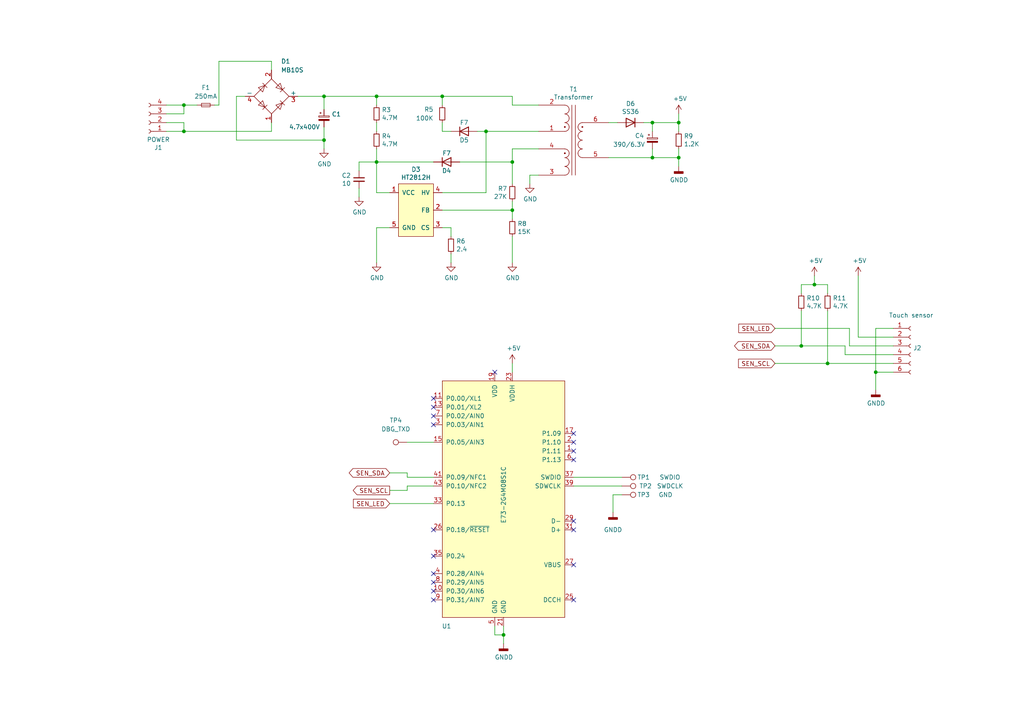
<source format=kicad_sch>
(kicad_sch (version 20211123) (generator eeschema)

  (uuid 00542167-007a-4e73-8597-24c6685e5ecf)

  (paper "A4")

  (title_block
    (title "MiBoxer Wall Switch BLE Mesh")
    (date "2021-02-27")
    (company "Studio of Computer Games")
    (comment 2 "Alexander Ozumenko")
  )

  (lib_symbols
    (symbol "Connector:Conn_01x04_Female" (pin_names (offset 1.016) hide) (in_bom yes) (on_board yes)
      (property "Reference" "J" (id 0) (at 0 5.08 0)
        (effects (font (size 1.27 1.27)))
      )
      (property "Value" "Conn_01x04_Female" (id 1) (at 0 -7.62 0)
        (effects (font (size 1.27 1.27)))
      )
      (property "Footprint" "" (id 2) (at 0 0 0)
        (effects (font (size 1.27 1.27)) hide)
      )
      (property "Datasheet" "~" (id 3) (at 0 0 0)
        (effects (font (size 1.27 1.27)) hide)
      )
      (property "ki_keywords" "connector" (id 4) (at 0 0 0)
        (effects (font (size 1.27 1.27)) hide)
      )
      (property "ki_description" "Generic connector, single row, 01x04, script generated (kicad-library-utils/schlib/autogen/connector/)" (id 5) (at 0 0 0)
        (effects (font (size 1.27 1.27)) hide)
      )
      (property "ki_fp_filters" "Connector*:*_1x??_*" (id 6) (at 0 0 0)
        (effects (font (size 1.27 1.27)) hide)
      )
      (symbol "Conn_01x04_Female_1_1"
        (arc (start 0 -4.572) (mid -0.508 -5.08) (end 0 -5.588)
          (stroke (width 0.1524) (type default) (color 0 0 0 0))
          (fill (type none))
        )
        (arc (start 0 -2.032) (mid -0.508 -2.54) (end 0 -3.048)
          (stroke (width 0.1524) (type default) (color 0 0 0 0))
          (fill (type none))
        )
        (polyline
          (pts
            (xy -1.27 -5.08)
            (xy -0.508 -5.08)
          )
          (stroke (width 0.1524) (type default) (color 0 0 0 0))
          (fill (type none))
        )
        (polyline
          (pts
            (xy -1.27 -2.54)
            (xy -0.508 -2.54)
          )
          (stroke (width 0.1524) (type default) (color 0 0 0 0))
          (fill (type none))
        )
        (polyline
          (pts
            (xy -1.27 0)
            (xy -0.508 0)
          )
          (stroke (width 0.1524) (type default) (color 0 0 0 0))
          (fill (type none))
        )
        (polyline
          (pts
            (xy -1.27 2.54)
            (xy -0.508 2.54)
          )
          (stroke (width 0.1524) (type default) (color 0 0 0 0))
          (fill (type none))
        )
        (arc (start 0 0.508) (mid -0.508 0) (end 0 -0.508)
          (stroke (width 0.1524) (type default) (color 0 0 0 0))
          (fill (type none))
        )
        (arc (start 0 3.048) (mid -0.508 2.54) (end 0 2.032)
          (stroke (width 0.1524) (type default) (color 0 0 0 0))
          (fill (type none))
        )
        (pin passive line (at -5.08 2.54 0) (length 3.81)
          (name "Pin_1" (effects (font (size 1.27 1.27))))
          (number "1" (effects (font (size 1.27 1.27))))
        )
        (pin passive line (at -5.08 0 0) (length 3.81)
          (name "Pin_2" (effects (font (size 1.27 1.27))))
          (number "2" (effects (font (size 1.27 1.27))))
        )
        (pin passive line (at -5.08 -2.54 0) (length 3.81)
          (name "Pin_3" (effects (font (size 1.27 1.27))))
          (number "3" (effects (font (size 1.27 1.27))))
        )
        (pin passive line (at -5.08 -5.08 0) (length 3.81)
          (name "Pin_4" (effects (font (size 1.27 1.27))))
          (number "4" (effects (font (size 1.27 1.27))))
        )
      )
    )
    (symbol "Connector:Conn_01x06_Female" (pin_names (offset 1.016) hide) (in_bom yes) (on_board yes)
      (property "Reference" "J" (id 0) (at 0 7.62 0)
        (effects (font (size 1.27 1.27)))
      )
      (property "Value" "Conn_01x06_Female" (id 1) (at 0 -10.16 0)
        (effects (font (size 1.27 1.27)))
      )
      (property "Footprint" "" (id 2) (at 0 0 0)
        (effects (font (size 1.27 1.27)) hide)
      )
      (property "Datasheet" "~" (id 3) (at 0 0 0)
        (effects (font (size 1.27 1.27)) hide)
      )
      (property "ki_keywords" "connector" (id 4) (at 0 0 0)
        (effects (font (size 1.27 1.27)) hide)
      )
      (property "ki_description" "Generic connector, single row, 01x06, script generated (kicad-library-utils/schlib/autogen/connector/)" (id 5) (at 0 0 0)
        (effects (font (size 1.27 1.27)) hide)
      )
      (property "ki_fp_filters" "Connector*:*_1x??_*" (id 6) (at 0 0 0)
        (effects (font (size 1.27 1.27)) hide)
      )
      (symbol "Conn_01x06_Female_1_1"
        (arc (start 0 -7.112) (mid -0.508 -7.62) (end 0 -8.128)
          (stroke (width 0.1524) (type default) (color 0 0 0 0))
          (fill (type none))
        )
        (arc (start 0 -4.572) (mid -0.508 -5.08) (end 0 -5.588)
          (stroke (width 0.1524) (type default) (color 0 0 0 0))
          (fill (type none))
        )
        (arc (start 0 -2.032) (mid -0.508 -2.54) (end 0 -3.048)
          (stroke (width 0.1524) (type default) (color 0 0 0 0))
          (fill (type none))
        )
        (polyline
          (pts
            (xy -1.27 -7.62)
            (xy -0.508 -7.62)
          )
          (stroke (width 0.1524) (type default) (color 0 0 0 0))
          (fill (type none))
        )
        (polyline
          (pts
            (xy -1.27 -5.08)
            (xy -0.508 -5.08)
          )
          (stroke (width 0.1524) (type default) (color 0 0 0 0))
          (fill (type none))
        )
        (polyline
          (pts
            (xy -1.27 -2.54)
            (xy -0.508 -2.54)
          )
          (stroke (width 0.1524) (type default) (color 0 0 0 0))
          (fill (type none))
        )
        (polyline
          (pts
            (xy -1.27 0)
            (xy -0.508 0)
          )
          (stroke (width 0.1524) (type default) (color 0 0 0 0))
          (fill (type none))
        )
        (polyline
          (pts
            (xy -1.27 2.54)
            (xy -0.508 2.54)
          )
          (stroke (width 0.1524) (type default) (color 0 0 0 0))
          (fill (type none))
        )
        (polyline
          (pts
            (xy -1.27 5.08)
            (xy -0.508 5.08)
          )
          (stroke (width 0.1524) (type default) (color 0 0 0 0))
          (fill (type none))
        )
        (arc (start 0 0.508) (mid -0.508 0) (end 0 -0.508)
          (stroke (width 0.1524) (type default) (color 0 0 0 0))
          (fill (type none))
        )
        (arc (start 0 3.048) (mid -0.508 2.54) (end 0 2.032)
          (stroke (width 0.1524) (type default) (color 0 0 0 0))
          (fill (type none))
        )
        (arc (start 0 5.588) (mid -0.508 5.08) (end 0 4.572)
          (stroke (width 0.1524) (type default) (color 0 0 0 0))
          (fill (type none))
        )
        (pin passive line (at -5.08 5.08 0) (length 3.81)
          (name "Pin_1" (effects (font (size 1.27 1.27))))
          (number "1" (effects (font (size 1.27 1.27))))
        )
        (pin passive line (at -5.08 2.54 0) (length 3.81)
          (name "Pin_2" (effects (font (size 1.27 1.27))))
          (number "2" (effects (font (size 1.27 1.27))))
        )
        (pin passive line (at -5.08 0 0) (length 3.81)
          (name "Pin_3" (effects (font (size 1.27 1.27))))
          (number "3" (effects (font (size 1.27 1.27))))
        )
        (pin passive line (at -5.08 -2.54 0) (length 3.81)
          (name "Pin_4" (effects (font (size 1.27 1.27))))
          (number "4" (effects (font (size 1.27 1.27))))
        )
        (pin passive line (at -5.08 -5.08 0) (length 3.81)
          (name "Pin_5" (effects (font (size 1.27 1.27))))
          (number "5" (effects (font (size 1.27 1.27))))
        )
        (pin passive line (at -5.08 -7.62 0) (length 3.81)
          (name "Pin_6" (effects (font (size 1.27 1.27))))
          (number "6" (effects (font (size 1.27 1.27))))
        )
      )
    )
    (symbol "Connector:TestPoint" (pin_numbers hide) (pin_names (offset 0.762) hide) (in_bom yes) (on_board yes)
      (property "Reference" "TP" (id 0) (at 0 6.858 0)
        (effects (font (size 1.27 1.27)))
      )
      (property "Value" "TestPoint" (id 1) (at 0 5.08 0)
        (effects (font (size 1.27 1.27)))
      )
      (property "Footprint" "" (id 2) (at 5.08 0 0)
        (effects (font (size 1.27 1.27)) hide)
      )
      (property "Datasheet" "~" (id 3) (at 5.08 0 0)
        (effects (font (size 1.27 1.27)) hide)
      )
      (property "ki_keywords" "test point tp" (id 4) (at 0 0 0)
        (effects (font (size 1.27 1.27)) hide)
      )
      (property "ki_description" "test point" (id 5) (at 0 0 0)
        (effects (font (size 1.27 1.27)) hide)
      )
      (property "ki_fp_filters" "Pin* Test*" (id 6) (at 0 0 0)
        (effects (font (size 1.27 1.27)) hide)
      )
      (symbol "TestPoint_0_1"
        (circle (center 0 3.302) (radius 0.762)
          (stroke (width 0) (type default) (color 0 0 0 0))
          (fill (type none))
        )
      )
      (symbol "TestPoint_1_1"
        (pin passive line (at 0 0 90) (length 2.54)
          (name "1" (effects (font (size 1.27 1.27))))
          (number "1" (effects (font (size 1.27 1.27))))
        )
      )
    )
    (symbol "Device:C_Small" (pin_numbers hide) (pin_names (offset 0.254) hide) (in_bom yes) (on_board yes)
      (property "Reference" "C" (id 0) (at 0.254 1.778 0)
        (effects (font (size 1.27 1.27)) (justify left))
      )
      (property "Value" "C_Small" (id 1) (at 0.254 -2.032 0)
        (effects (font (size 1.27 1.27)) (justify left))
      )
      (property "Footprint" "" (id 2) (at 0 0 0)
        (effects (font (size 1.27 1.27)) hide)
      )
      (property "Datasheet" "~" (id 3) (at 0 0 0)
        (effects (font (size 1.27 1.27)) hide)
      )
      (property "ki_keywords" "capacitor cap" (id 4) (at 0 0 0)
        (effects (font (size 1.27 1.27)) hide)
      )
      (property "ki_description" "Unpolarized capacitor, small symbol" (id 5) (at 0 0 0)
        (effects (font (size 1.27 1.27)) hide)
      )
      (property "ki_fp_filters" "C_*" (id 6) (at 0 0 0)
        (effects (font (size 1.27 1.27)) hide)
      )
      (symbol "C_Small_0_1"
        (polyline
          (pts
            (xy -1.524 -0.508)
            (xy 1.524 -0.508)
          )
          (stroke (width 0.3302) (type default) (color 0 0 0 0))
          (fill (type none))
        )
        (polyline
          (pts
            (xy -1.524 0.508)
            (xy 1.524 0.508)
          )
          (stroke (width 0.3048) (type default) (color 0 0 0 0))
          (fill (type none))
        )
      )
      (symbol "C_Small_1_1"
        (pin passive line (at 0 2.54 270) (length 2.032)
          (name "~" (effects (font (size 1.27 1.27))))
          (number "1" (effects (font (size 1.27 1.27))))
        )
        (pin passive line (at 0 -2.54 90) (length 2.032)
          (name "~" (effects (font (size 1.27 1.27))))
          (number "2" (effects (font (size 1.27 1.27))))
        )
      )
    )
    (symbol "Device:D" (pin_numbers hide) (pin_names (offset 1.016) hide) (in_bom yes) (on_board yes)
      (property "Reference" "D" (id 0) (at 0 2.54 0)
        (effects (font (size 1.27 1.27)))
      )
      (property "Value" "D" (id 1) (at 0 -2.54 0)
        (effects (font (size 1.27 1.27)))
      )
      (property "Footprint" "" (id 2) (at 0 0 0)
        (effects (font (size 1.27 1.27)) hide)
      )
      (property "Datasheet" "~" (id 3) (at 0 0 0)
        (effects (font (size 1.27 1.27)) hide)
      )
      (property "ki_keywords" "diode" (id 4) (at 0 0 0)
        (effects (font (size 1.27 1.27)) hide)
      )
      (property "ki_description" "Diode" (id 5) (at 0 0 0)
        (effects (font (size 1.27 1.27)) hide)
      )
      (property "ki_fp_filters" "TO-???* *_Diode_* *SingleDiode* D_*" (id 6) (at 0 0 0)
        (effects (font (size 1.27 1.27)) hide)
      )
      (symbol "D_0_1"
        (polyline
          (pts
            (xy -1.27 1.27)
            (xy -1.27 -1.27)
          )
          (stroke (width 0.254) (type default) (color 0 0 0 0))
          (fill (type none))
        )
        (polyline
          (pts
            (xy 1.27 0)
            (xy -1.27 0)
          )
          (stroke (width 0) (type default) (color 0 0 0 0))
          (fill (type none))
        )
        (polyline
          (pts
            (xy 1.27 1.27)
            (xy 1.27 -1.27)
            (xy -1.27 0)
            (xy 1.27 1.27)
          )
          (stroke (width 0.254) (type default) (color 0 0 0 0))
          (fill (type none))
        )
      )
      (symbol "D_1_1"
        (pin passive line (at -3.81 0 0) (length 2.54)
          (name "K" (effects (font (size 1.27 1.27))))
          (number "1" (effects (font (size 1.27 1.27))))
        )
        (pin passive line (at 3.81 0 180) (length 2.54)
          (name "A" (effects (font (size 1.27 1.27))))
          (number "2" (effects (font (size 1.27 1.27))))
        )
      )
    )
    (symbol "Device:Fuse_Small" (pin_numbers hide) (pin_names (offset 0.254) hide) (in_bom yes) (on_board yes)
      (property "Reference" "F" (id 0) (at 0 -1.524 0)
        (effects (font (size 1.27 1.27)))
      )
      (property "Value" "Fuse_Small" (id 1) (at 0 1.524 0)
        (effects (font (size 1.27 1.27)))
      )
      (property "Footprint" "" (id 2) (at 0 0 0)
        (effects (font (size 1.27 1.27)) hide)
      )
      (property "Datasheet" "~" (id 3) (at 0 0 0)
        (effects (font (size 1.27 1.27)) hide)
      )
      (property "ki_keywords" "fuse" (id 4) (at 0 0 0)
        (effects (font (size 1.27 1.27)) hide)
      )
      (property "ki_description" "Fuse, small symbol" (id 5) (at 0 0 0)
        (effects (font (size 1.27 1.27)) hide)
      )
      (property "ki_fp_filters" "SM*" (id 6) (at 0 0 0)
        (effects (font (size 1.27 1.27)) hide)
      )
      (symbol "Fuse_Small_0_1"
        (rectangle (start -1.27 0.508) (end 1.27 -0.508)
          (stroke (width 0) (type default) (color 0 0 0 0))
          (fill (type none))
        )
        (polyline
          (pts
            (xy -1.27 0)
            (xy 1.27 0)
          )
          (stroke (width 0) (type default) (color 0 0 0 0))
          (fill (type none))
        )
      )
      (symbol "Fuse_Small_1_1"
        (pin passive line (at -2.54 0 0) (length 1.27)
          (name "~" (effects (font (size 1.27 1.27))))
          (number "1" (effects (font (size 1.27 1.27))))
        )
        (pin passive line (at 2.54 0 180) (length 1.27)
          (name "~" (effects (font (size 1.27 1.27))))
          (number "2" (effects (font (size 1.27 1.27))))
        )
      )
    )
    (symbol "Device:R_Small" (pin_numbers hide) (pin_names (offset 0.254) hide) (in_bom yes) (on_board yes)
      (property "Reference" "R" (id 0) (at 0.762 0.508 0)
        (effects (font (size 1.27 1.27)) (justify left))
      )
      (property "Value" "R_Small" (id 1) (at 0.762 -1.016 0)
        (effects (font (size 1.27 1.27)) (justify left))
      )
      (property "Footprint" "" (id 2) (at 0 0 0)
        (effects (font (size 1.27 1.27)) hide)
      )
      (property "Datasheet" "~" (id 3) (at 0 0 0)
        (effects (font (size 1.27 1.27)) hide)
      )
      (property "ki_keywords" "R resistor" (id 4) (at 0 0 0)
        (effects (font (size 1.27 1.27)) hide)
      )
      (property "ki_description" "Resistor, small symbol" (id 5) (at 0 0 0)
        (effects (font (size 1.27 1.27)) hide)
      )
      (property "ki_fp_filters" "R_*" (id 6) (at 0 0 0)
        (effects (font (size 1.27 1.27)) hide)
      )
      (symbol "R_Small_0_1"
        (rectangle (start -0.762 1.778) (end 0.762 -1.778)
          (stroke (width 0.2032) (type default) (color 0 0 0 0))
          (fill (type none))
        )
      )
      (symbol "R_Small_1_1"
        (pin passive line (at 0 2.54 270) (length 0.762)
          (name "~" (effects (font (size 1.27 1.27))))
          (number "1" (effects (font (size 1.27 1.27))))
        )
        (pin passive line (at 0 -2.54 90) (length 0.762)
          (name "~" (effects (font (size 1.27 1.27))))
          (number "2" (effects (font (size 1.27 1.27))))
        )
      )
    )
    (symbol "nrf5:E73-2G4M08S1C_light" (pin_names (offset 1.016)) (in_bom yes) (on_board yes)
      (property "Reference" "U" (id 0) (at -15.24 -38.1 0)
        (effects (font (size 1.27 1.27)))
      )
      (property "Value" "E73-2G4M08S1C_light" (id 1) (at 0 0 90)
        (effects (font (size 1.27 1.27)))
      )
      (property "Footprint" "nrf5:E73-2G4M08S1C_light" (id 2) (at 2.54 0 90)
        (effects (font (size 1.27 1.27)) hide)
      )
      (property "Datasheet" "" (id 3) (at 0 0 0)
        (effects (font (size 1.27 1.27)) hide)
      )
      (symbol "E73-2G4M08S1C_light_0_1"
        (rectangle (start -17.78 33.02) (end 17.78 -35.56)
          (stroke (width 0) (type default) (color 0 0 0 0))
          (fill (type background))
        )
      )
      (symbol "E73-2G4M08S1C_light_1_1"
        (pin bidirectional line (at 20.32 12.7 180) (length 2.54)
          (name "P1.11" (effects (font (size 1.27 1.27))))
          (number "1" (effects (font (size 1.27 1.27))))
        )
        (pin bidirectional line (at -20.32 -27.94 0) (length 2.54)
          (name "P0.30/AIN6" (effects (font (size 1.27 1.27))))
          (number "10" (effects (font (size 1.27 1.27))))
        )
        (pin bidirectional line (at -20.32 27.94 0) (length 2.54)
          (name "P0.00/XL1" (effects (font (size 1.27 1.27))))
          (number "11" (effects (font (size 1.27 1.27))))
        )
        (pin bidirectional line (at -20.32 25.4 0) (length 2.54)
          (name "P0.01/XL2" (effects (font (size 1.27 1.27))))
          (number "13" (effects (font (size 1.27 1.27))))
        )
        (pin bidirectional line (at -20.32 15.24 0) (length 2.54)
          (name "P0.05/AIN3" (effects (font (size 1.27 1.27))))
          (number "15" (effects (font (size 1.27 1.27))))
        )
        (pin bidirectional line (at 20.32 17.78 180) (length 2.54)
          (name "P1.09" (effects (font (size 1.27 1.27))))
          (number "17" (effects (font (size 1.27 1.27))))
        )
        (pin power_in line (at -2.54 35.56 270) (length 2.54)
          (name "VDD" (effects (font (size 1.27 1.27))))
          (number "19" (effects (font (size 1.27 1.27))))
        )
        (pin bidirectional line (at 20.32 15.24 180) (length 2.54)
          (name "P1.10" (effects (font (size 1.27 1.27))))
          (number "2" (effects (font (size 1.27 1.27))))
        )
        (pin power_in line (at 0 -38.1 90) (length 2.54)
          (name "GND" (effects (font (size 1.27 1.27))))
          (number "21" (effects (font (size 1.27 1.27))))
        )
        (pin power_in line (at 2.54 35.56 270) (length 2.54)
          (name "VDDH" (effects (font (size 1.27 1.27))))
          (number "23" (effects (font (size 1.27 1.27))))
        )
        (pin power_out line (at 20.32 -30.48 180) (length 2.54)
          (name "DCCH" (effects (font (size 1.27 1.27))))
          (number "25" (effects (font (size 1.27 1.27))))
        )
        (pin bidirectional line (at -20.32 -10.16 0) (length 2.54)
          (name "P0.18/~{RESET}" (effects (font (size 1.27 1.27))))
          (number "26" (effects (font (size 1.27 1.27))))
        )
        (pin power_in line (at 20.32 -20.32 180) (length 2.54)
          (name "VBUS" (effects (font (size 1.27 1.27))))
          (number "27" (effects (font (size 1.27 1.27))))
        )
        (pin bidirectional line (at 20.32 -7.62 180) (length 2.54)
          (name "D-" (effects (font (size 1.27 1.27))))
          (number "29" (effects (font (size 1.27 1.27))))
        )
        (pin bidirectional line (at -20.32 20.32 0) (length 2.54)
          (name "P0.03/AIN1" (effects (font (size 1.27 1.27))))
          (number "3" (effects (font (size 1.27 1.27))))
        )
        (pin bidirectional line (at 20.32 -10.16 180) (length 2.54)
          (name "D+" (effects (font (size 1.27 1.27))))
          (number "31" (effects (font (size 1.27 1.27))))
        )
        (pin bidirectional line (at -20.32 -2.54 0) (length 2.54)
          (name "P0.13" (effects (font (size 1.27 1.27))))
          (number "33" (effects (font (size 1.27 1.27))))
        )
        (pin bidirectional line (at -20.32 -17.78 0) (length 2.54)
          (name "P0.24" (effects (font (size 1.27 1.27))))
          (number "35" (effects (font (size 1.27 1.27))))
        )
        (pin bidirectional line (at 20.32 5.08 180) (length 2.54)
          (name "SWDIO" (effects (font (size 1.27 1.27))))
          (number "37" (effects (font (size 1.27 1.27))))
        )
        (pin input line (at 20.32 2.54 180) (length 2.54)
          (name "SDWCLK" (effects (font (size 1.27 1.27))))
          (number "39" (effects (font (size 1.27 1.27))))
        )
        (pin bidirectional line (at -20.32 -22.86 0) (length 2.54)
          (name "P0.28/AIN4" (effects (font (size 1.27 1.27))))
          (number "4" (effects (font (size 1.27 1.27))))
        )
        (pin bidirectional line (at -20.32 5.08 0) (length 2.54)
          (name "P0.09/NFC1" (effects (font (size 1.27 1.27))))
          (number "41" (effects (font (size 1.27 1.27))))
        )
        (pin bidirectional line (at -20.32 2.54 0) (length 2.54)
          (name "P0.10/NFC2" (effects (font (size 1.27 1.27))))
          (number "43" (effects (font (size 1.27 1.27))))
        )
        (pin power_in line (at -2.54 -38.1 90) (length 2.54)
          (name "GND" (effects (font (size 1.27 1.27))))
          (number "5" (effects (font (size 1.27 1.27))))
        )
        (pin bidirectional line (at 20.32 10.16 180) (length 2.54)
          (name "P1.13" (effects (font (size 1.27 1.27))))
          (number "6" (effects (font (size 1.27 1.27))))
        )
        (pin bidirectional line (at -20.32 22.86 0) (length 2.54)
          (name "P0.02/AIN0" (effects (font (size 1.27 1.27))))
          (number "7" (effects (font (size 1.27 1.27))))
        )
        (pin bidirectional line (at -20.32 -25.4 0) (length 2.54)
          (name "P0.29/AIN5" (effects (font (size 1.27 1.27))))
          (number "8" (effects (font (size 1.27 1.27))))
        )
        (pin bidirectional line (at -20.32 -30.48 0) (length 2.54)
          (name "P0.31/AIN7" (effects (font (size 1.27 1.27))))
          (number "9" (effects (font (size 1.27 1.27))))
        )
      )
    )
    (symbol "power:+5V" (power) (pin_names (offset 0)) (in_bom yes) (on_board yes)
      (property "Reference" "#PWR" (id 0) (at 0 -3.81 0)
        (effects (font (size 1.27 1.27)) hide)
      )
      (property "Value" "+5V" (id 1) (at 0 3.556 0)
        (effects (font (size 1.27 1.27)))
      )
      (property "Footprint" "" (id 2) (at 0 0 0)
        (effects (font (size 1.27 1.27)) hide)
      )
      (property "Datasheet" "" (id 3) (at 0 0 0)
        (effects (font (size 1.27 1.27)) hide)
      )
      (property "ki_keywords" "power-flag" (id 4) (at 0 0 0)
        (effects (font (size 1.27 1.27)) hide)
      )
      (property "ki_description" "Power symbol creates a global label with name \"+5V\"" (id 5) (at 0 0 0)
        (effects (font (size 1.27 1.27)) hide)
      )
      (symbol "+5V_0_1"
        (polyline
          (pts
            (xy -0.762 1.27)
            (xy 0 2.54)
          )
          (stroke (width 0) (type default) (color 0 0 0 0))
          (fill (type none))
        )
        (polyline
          (pts
            (xy 0 0)
            (xy 0 2.54)
          )
          (stroke (width 0) (type default) (color 0 0 0 0))
          (fill (type none))
        )
        (polyline
          (pts
            (xy 0 2.54)
            (xy 0.762 1.27)
          )
          (stroke (width 0) (type default) (color 0 0 0 0))
          (fill (type none))
        )
      )
      (symbol "+5V_1_1"
        (pin power_in line (at 0 0 90) (length 0) hide
          (name "+5V" (effects (font (size 1.27 1.27))))
          (number "1" (effects (font (size 1.27 1.27))))
        )
      )
    )
    (symbol "power:GND" (power) (pin_names (offset 0)) (in_bom yes) (on_board yes)
      (property "Reference" "#PWR" (id 0) (at 0 -6.35 0)
        (effects (font (size 1.27 1.27)) hide)
      )
      (property "Value" "GND" (id 1) (at 0 -3.81 0)
        (effects (font (size 1.27 1.27)))
      )
      (property "Footprint" "" (id 2) (at 0 0 0)
        (effects (font (size 1.27 1.27)) hide)
      )
      (property "Datasheet" "" (id 3) (at 0 0 0)
        (effects (font (size 1.27 1.27)) hide)
      )
      (property "ki_keywords" "power-flag" (id 4) (at 0 0 0)
        (effects (font (size 1.27 1.27)) hide)
      )
      (property "ki_description" "Power symbol creates a global label with name \"GND\" , ground" (id 5) (at 0 0 0)
        (effects (font (size 1.27 1.27)) hide)
      )
      (symbol "GND_0_1"
        (polyline
          (pts
            (xy 0 0)
            (xy 0 -1.27)
            (xy 1.27 -1.27)
            (xy 0 -2.54)
            (xy -1.27 -1.27)
            (xy 0 -1.27)
          )
          (stroke (width 0) (type default) (color 0 0 0 0))
          (fill (type none))
        )
      )
      (symbol "GND_1_1"
        (pin power_in line (at 0 0 270) (length 0) hide
          (name "GND" (effects (font (size 1.27 1.27))))
          (number "1" (effects (font (size 1.27 1.27))))
        )
      )
    )
    (symbol "power:GNDD" (power) (pin_names (offset 0)) (in_bom yes) (on_board yes)
      (property "Reference" "#PWR" (id 0) (at 0 -6.35 0)
        (effects (font (size 1.27 1.27)) hide)
      )
      (property "Value" "GNDD" (id 1) (at 0 -3.175 0)
        (effects (font (size 1.27 1.27)))
      )
      (property "Footprint" "" (id 2) (at 0 0 0)
        (effects (font (size 1.27 1.27)) hide)
      )
      (property "Datasheet" "" (id 3) (at 0 0 0)
        (effects (font (size 1.27 1.27)) hide)
      )
      (property "ki_keywords" "power-flag" (id 4) (at 0 0 0)
        (effects (font (size 1.27 1.27)) hide)
      )
      (property "ki_description" "Power symbol creates a global label with name \"GNDD\" , digital ground" (id 5) (at 0 0 0)
        (effects (font (size 1.27 1.27)) hide)
      )
      (symbol "GNDD_0_1"
        (rectangle (start -1.27 -1.524) (end 1.27 -2.032)
          (stroke (width 0.254) (type default) (color 0 0 0 0))
          (fill (type outline))
        )
        (polyline
          (pts
            (xy 0 0)
            (xy 0 -1.524)
          )
          (stroke (width 0) (type default) (color 0 0 0 0))
          (fill (type none))
        )
      )
      (symbol "GNDD_1_1"
        (pin power_in line (at 0 0 270) (length 0) hide
          (name "GNDD" (effects (font (size 1.27 1.27))))
          (number "1" (effects (font (size 1.27 1.27))))
        )
      )
    )
    (symbol "sw_miboxer_p3-rescue:CP_Small-Device" (pin_numbers hide) (pin_names (offset 0.254) hide) (in_bom yes) (on_board yes)
      (property "Reference" "C" (id 0) (at 0.254 1.778 0)
        (effects (font (size 1.27 1.27)) (justify left))
      )
      (property "Value" "CP_Small-Device" (id 1) (at 0.254 -2.032 0)
        (effects (font (size 1.27 1.27)) (justify left))
      )
      (property "Footprint" "" (id 2) (at 0 0 0)
        (effects (font (size 1.27 1.27)) hide)
      )
      (property "Datasheet" "" (id 3) (at 0 0 0)
        (effects (font (size 1.27 1.27)) hide)
      )
      (property "ki_fp_filters" "CP_*" (id 4) (at 0 0 0)
        (effects (font (size 1.27 1.27)) hide)
      )
      (symbol "CP_Small-Device_0_1"
        (rectangle (start -1.524 -0.3048) (end 1.524 -0.6858)
          (stroke (width 0) (type default) (color 0 0 0 0))
          (fill (type outline))
        )
        (rectangle (start -1.524 0.6858) (end 1.524 0.3048)
          (stroke (width 0) (type default) (color 0 0 0 0))
          (fill (type none))
        )
        (polyline
          (pts
            (xy -1.27 1.524)
            (xy -0.762 1.524)
          )
          (stroke (width 0) (type default) (color 0 0 0 0))
          (fill (type none))
        )
        (polyline
          (pts
            (xy -1.016 1.27)
            (xy -1.016 1.778)
          )
          (stroke (width 0) (type default) (color 0 0 0 0))
          (fill (type none))
        )
      )
      (symbol "CP_Small-Device_1_1"
        (pin passive line (at 0 2.54 270) (length 1.8542)
          (name "~" (effects (font (size 1.27 1.27))))
          (number "1" (effects (font (size 1.27 1.27))))
        )
        (pin passive line (at 0 -2.54 90) (length 1.8542)
          (name "~" (effects (font (size 1.27 1.27))))
          (number "2" (effects (font (size 1.27 1.27))))
        )
      )
    )
    (symbol "sw_miboxer_p3:HT2812H" (pin_names (offset 1.016)) (in_bom yes) (on_board yes)
      (property "Reference" "D" (id 0) (at 0 -8.89 0)
        (effects (font (size 1.27 1.27)))
      )
      (property "Value" "HT2812H" (id 1) (at 0 8.89 0)
        (effects (font (size 1.27 1.27)))
      )
      (property "Footprint" "sw_miboxer_p3:HT2812H" (id 2) (at 0 -7.62 0)
        (effects (font (size 1.27 1.27)) hide)
      )
      (property "Datasheet" "" (id 3) (at 0 -7.62 0)
        (effects (font (size 1.27 1.27)) hide)
      )
      (symbol "HT2812H_0_1"
        (rectangle (start -5.08 7.62) (end 5.08 -7.62)
          (stroke (width 0) (type default) (color 0 0 0 0))
          (fill (type background))
        )
      )
      (symbol "HT2812H_1_1"
        (pin power_in line (at -7.62 5.08 0) (length 2.54)
          (name "VCC" (effects (font (size 1.27 1.27))))
          (number "1" (effects (font (size 1.27 1.27))))
        )
        (pin passive line (at 7.62 0 180) (length 2.54)
          (name "FB" (effects (font (size 1.27 1.27))))
          (number "2" (effects (font (size 1.27 1.27))))
        )
        (pin input line (at 7.62 -5.08 180) (length 2.54)
          (name "CS" (effects (font (size 1.27 1.27))))
          (number "3" (effects (font (size 1.27 1.27))))
        )
        (pin passive line (at 7.62 5.08 180) (length 2.54)
          (name "HV" (effects (font (size 1.27 1.27))))
          (number "4" (effects (font (size 1.27 1.27))))
        )
        (pin power_in line (at -7.62 -5.08 0) (length 2.54)
          (name "GND" (effects (font (size 1.27 1.27))))
          (number "5" (effects (font (size 1.27 1.27))))
        )
      )
    )
    (symbol "sw_miboxer_p3:MB10S" (pin_names (offset 0)) (in_bom yes) (on_board yes)
      (property "Reference" "D" (id 0) (at 2.54 6.985 0)
        (effects (font (size 1.27 1.27)) (justify left))
      )
      (property "Value" "MB10S" (id 1) (at 2.54 5.08 0)
        (effects (font (size 1.27 1.27)) (justify left))
      )
      (property "Footprint" "Package_TO_SOT_SMD:TO-269AA" (id 2) (at 3.81 3.175 0)
        (effects (font (size 1.27 1.27)) (justify left) hide)
      )
      (property "Datasheet" "http://www.vishay.com/docs/88661/mb2s.pdf" (id 3) (at 0 0 0)
        (effects (font (size 1.27 1.27)) hide)
      )
      (property "ki_keywords" "rectifier acdc" (id 4) (at 0 0 0)
        (effects (font (size 1.27 1.27)) hide)
      )
      (property "ki_description" "Miniature Glass Passivated Single-Phase Surface Mount Bridge Rectifiers, 140V Vrms, 0.5A If, TO-269AA" (id 5) (at 0 0 0)
        (effects (font (size 1.27 1.27)) hide)
      )
      (property "ki_fp_filters" "TO?269AA*" (id 6) (at 0 0 0)
        (effects (font (size 1.27 1.27)) hide)
      )
      (symbol "MB10S_0_1"
        (polyline
          (pts
            (xy -2.54 3.81)
            (xy -1.27 2.54)
          )
          (stroke (width 0) (type default) (color 0 0 0 0))
          (fill (type none))
        )
        (polyline
          (pts
            (xy -1.27 -2.54)
            (xy -2.54 -3.81)
          )
          (stroke (width 0) (type default) (color 0 0 0 0))
          (fill (type none))
        )
        (polyline
          (pts
            (xy 2.54 -1.27)
            (xy 3.81 -2.54)
          )
          (stroke (width 0) (type default) (color 0 0 0 0))
          (fill (type none))
        )
        (polyline
          (pts
            (xy 2.54 1.27)
            (xy 3.81 2.54)
          )
          (stroke (width 0) (type default) (color 0 0 0 0))
          (fill (type none))
        )
        (polyline
          (pts
            (xy -3.81 2.54)
            (xy -2.54 1.27)
            (xy -1.905 3.175)
            (xy -3.81 2.54)
          )
          (stroke (width 0) (type default) (color 0 0 0 0))
          (fill (type none))
        )
        (polyline
          (pts
            (xy -2.54 -1.27)
            (xy -3.81 -2.54)
            (xy -1.905 -3.175)
            (xy -2.54 -1.27)
          )
          (stroke (width 0) (type default) (color 0 0 0 0))
          (fill (type none))
        )
        (polyline
          (pts
            (xy 1.27 2.54)
            (xy 2.54 3.81)
            (xy 3.175 1.905)
            (xy 1.27 2.54)
          )
          (stroke (width 0) (type default) (color 0 0 0 0))
          (fill (type none))
        )
        (polyline
          (pts
            (xy 3.175 -1.905)
            (xy 1.27 -2.54)
            (xy 2.54 -3.81)
            (xy 3.175 -1.905)
          )
          (stroke (width 0) (type default) (color 0 0 0 0))
          (fill (type none))
        )
        (polyline
          (pts
            (xy -5.08 0)
            (xy 0 -5.08)
            (xy 5.08 0)
            (xy 0 5.08)
            (xy -5.08 0)
          )
          (stroke (width 0) (type default) (color 0 0 0 0))
          (fill (type none))
        )
      )
      (symbol "MB10S_1_1"
        (pin passive line (at 0 -7.62 90) (length 2.54)
          (name "~" (effects (font (size 1.27 1.27))))
          (number "1" (effects (font (size 1.27 1.27))))
        )
        (pin passive line (at 0 7.62 270) (length 2.54)
          (name "~" (effects (font (size 1.27 1.27))))
          (number "2" (effects (font (size 1.27 1.27))))
        )
        (pin passive line (at 7.62 0 180) (length 2.54)
          (name "+" (effects (font (size 1.27 1.27))))
          (number "3" (effects (font (size 1.27 1.27))))
        )
        (pin passive line (at -7.62 0 0) (length 2.54)
          (name "-" (effects (font (size 1.27 1.27))))
          (number "4" (effects (font (size 1.27 1.27))))
        )
      )
    )
    (symbol "sw_miboxer_p3:Transformer_pulse_2P_1S" (pin_names (offset 1.016) hide) (in_bom yes) (on_board yes)
      (property "Reference" "T" (id 0) (at 0 -12.7 0)
        (effects (font (size 1.27 1.27)))
      )
      (property "Value" "Transformer_pulse_2P_1S" (id 1) (at 0 12.7 0)
        (effects (font (size 1.27 1.27)))
      )
      (property "Footprint" "" (id 2) (at 0 0 0)
        (effects (font (size 1.27 1.27)) hide)
      )
      (property "Datasheet" "~" (id 3) (at 0 0 0)
        (effects (font (size 1.27 1.27)) hide)
      )
      (property "ki_keywords" "transformer coil magnet" (id 4) (at 0 0 0)
        (effects (font (size 1.27 1.27)) hide)
      )
      (property "ki_description" "Transformer, single primary, dual secondary" (id 5) (at 0 0 0)
        (effects (font (size 1.27 1.27)) hide)
      )
      (symbol "Transformer_pulse_2P_1S_0_1"
        (arc (start -2.54 -10.16) (mid -1.642 -9.788) (end -1.2954 -8.89)
          (stroke (width 0) (type default) (color 0 0 0 0))
          (fill (type none))
        )
        (arc (start -2.54 -7.62) (mid -1.642 -7.248) (end -1.2954 -6.35)
          (stroke (width 0) (type default) (color 0 0 0 0))
          (fill (type none))
        )
        (arc (start -2.54 -5.08) (mid -1.642 -4.708) (end -1.2954 -3.81)
          (stroke (width 0) (type default) (color 0 0 0 0))
          (fill (type none))
        )
        (arc (start -2.54 2.54) (mid -1.642 2.912) (end -1.2954 3.81)
          (stroke (width 0) (type default) (color 0 0 0 0))
          (fill (type none))
        )
        (circle (center -2.54 3.81) (radius 0.127)
          (stroke (width 0.254) (type default) (color 0 0 0 0))
          (fill (type none))
        )
        (arc (start -2.54 5.08) (mid -1.642 5.452) (end -1.2954 6.35)
          (stroke (width 0) (type default) (color 0 0 0 0))
          (fill (type none))
        )
        (arc (start -2.54 7.62) (mid -1.642 7.992) (end -1.2954 8.89)
          (stroke (width 0) (type default) (color 0 0 0 0))
          (fill (type none))
        )
        (arc (start -1.2954 -8.89) (mid -1.6599 -8.0099) (end -2.54 -7.6454)
          (stroke (width 0) (type default) (color 0 0 0 0))
          (fill (type none))
        )
        (arc (start -1.2954 -6.35) (mid -1.6599 -5.4699) (end -2.54 -5.1054)
          (stroke (width 0) (type default) (color 0 0 0 0))
          (fill (type none))
        )
        (arc (start -1.2954 -3.81) (mid -1.6599 -2.9299) (end -2.54 -2.5654)
          (stroke (width 0) (type default) (color 0 0 0 0))
          (fill (type none))
        )
        (arc (start -1.2954 3.81) (mid -1.6599 4.6901) (end -2.54 5.0546)
          (stroke (width 0) (type default) (color 0 0 0 0))
          (fill (type none))
        )
        (arc (start -1.2954 6.35) (mid -1.6599 7.2301) (end -2.54 7.5946)
          (stroke (width 0) (type default) (color 0 0 0 0))
          (fill (type none))
        )
        (arc (start -1.2954 8.89) (mid -1.6599 9.7701) (end -2.54 10.1346)
          (stroke (width 0) (type default) (color 0 0 0 0))
          (fill (type none))
        )
        (polyline
          (pts
            (xy -0.508 -10.16)
            (xy -0.508 10.16)
          )
          (stroke (width 0) (type default) (color 0 0 0 0))
          (fill (type none))
        )
        (polyline
          (pts
            (xy 0.508 10.16)
            (xy 0.508 -10.16)
          )
          (stroke (width 0) (type default) (color 0 0 0 0))
          (fill (type none))
        )
        (arc (start 1.27 -3.81) (mid 1.642 -4.708) (end 2.54 -5.08)
          (stroke (width 0) (type default) (color 0 0 0 0))
          (fill (type none))
        )
        (arc (start 1.27 -1.27) (mid 1.642 -2.168) (end 2.54 -2.54)
          (stroke (width 0) (type default) (color 0 0 0 0))
          (fill (type none))
        )
        (arc (start 1.27 1.27) (mid 1.642 0.372) (end 2.54 0)
          (stroke (width 0) (type default) (color 0 0 0 0))
          (fill (type none))
        )
        (arc (start 1.27 3.81) (mid 1.642 2.912) (end 2.54 2.54)
          (stroke (width 0) (type default) (color 0 0 0 0))
          (fill (type none))
        )
        (arc (start 2.54 -2.5654) (mid 1.6599 -2.9299) (end 1.27 -3.81)
          (stroke (width 0) (type default) (color 0 0 0 0))
          (fill (type none))
        )
        (arc (start 2.54 -0.0254) (mid 1.6599 -0.3899) (end 1.27 -1.27)
          (stroke (width 0) (type default) (color 0 0 0 0))
          (fill (type none))
        )
        (arc (start 2.54 2.5146) (mid 1.6599 2.1501) (end 1.27 1.27)
          (stroke (width 0) (type default) (color 0 0 0 0))
          (fill (type none))
        )
        (arc (start 2.54 5.0546) (mid 1.6599 4.6901) (end 1.27 3.81)
          (stroke (width 0) (type default) (color 0 0 0 0))
          (fill (type none))
        )
      )
      (symbol "Transformer_pulse_2P_1S_1_1"
        (circle (center -2.54 -3.81) (radius 0.127)
          (stroke (width 0.254) (type default) (color 0 0 0 0))
          (fill (type none))
        )
        (circle (center 2.54 3.81) (radius 0.127)
          (stroke (width 0.254) (type default) (color 0 0 0 0))
          (fill (type none))
        )
        (pin passive line (at -10.16 2.54 0) (length 7.62)
          (name "~" (effects (font (size 1.27 1.27))))
          (number "1" (effects (font (size 1.27 1.27))))
        )
        (pin passive line (at -10.16 10.16 0) (length 7.62)
          (name "~" (effects (font (size 1.27 1.27))))
          (number "2" (effects (font (size 1.27 1.27))))
        )
        (pin passive line (at -10.16 -10.16 0) (length 7.62)
          (name "SA" (effects (font (size 1.27 1.27))))
          (number "3" (effects (font (size 1.27 1.27))))
        )
        (pin passive line (at -10.16 -2.54 0) (length 7.62)
          (name "SB" (effects (font (size 1.27 1.27))))
          (number "4" (effects (font (size 1.27 1.27))))
        )
        (pin passive line (at 10.16 -5.08 180) (length 7.62)
          (name "~" (effects (font (size 1.27 1.27))))
          (number "5" (effects (font (size 1.27 1.27))))
        )
        (pin passive line (at 10.16 5.08 180) (length 7.62)
          (name "~" (effects (font (size 1.27 1.27))))
          (number "6" (effects (font (size 1.27 1.27))))
        )
      )
    )
  )

  (junction (at 128.27 27.94) (diameter 0) (color 0 0 0 0)
    (uuid 043c9bb1-1b80-4bb7-9ec8-4c59f6ce8a6a)
  )
  (junction (at 189.23 35.56) (diameter 0) (color 0 0 0 0)
    (uuid 14c03017-ce79-4855-a407-8124286be061)
  )
  (junction (at 189.23 45.72) (diameter 0) (color 0 0 0 0)
    (uuid 5c8fd9b0-4c2c-4cc5-a5e8-31ab0bcb09b6)
  )
  (junction (at 254 107.95) (diameter 0) (color 0 0 0 0)
    (uuid 5fcabd89-ba5a-4d3b-aee1-f65186129e74)
  )
  (junction (at 93.98 40.64) (diameter 0) (color 0 0 0 0)
    (uuid 640a820d-fcb1-4c64-b0ae-bbf15acc8c6f)
  )
  (junction (at 232.41 100.33) (diameter 0) (color 0 0 0 0)
    (uuid a36e52c7-2377-43c7-a6e0-c67bd43e62b6)
  )
  (junction (at 53.34 38.1) (diameter 0) (color 0 0 0 0)
    (uuid b0d10522-e140-4db2-b853-c5a56400c2da)
  )
  (junction (at 109.22 46.99) (diameter 0) (color 0 0 0 0)
    (uuid b220412d-47f3-4555-8f0a-575b7ba7b08d)
  )
  (junction (at 236.22 82.55) (diameter 0) (color 0 0 0 0)
    (uuid b282a7ea-c36f-4b03-9906-2846569a5be2)
  )
  (junction (at 196.85 45.72) (diameter 0) (color 0 0 0 0)
    (uuid b6764715-4dd6-44d7-aff4-025cc1222e61)
  )
  (junction (at 240.03 105.41) (diameter 0) (color 0 0 0 0)
    (uuid c073cc77-4749-44ef-ab58-e02ec205e287)
  )
  (junction (at 53.34 30.48) (diameter 0) (color 0 0 0 0)
    (uuid c26d19a0-0537-4d00-aa3d-71d326df9725)
  )
  (junction (at 93.98 27.94) (diameter 0) (color 0 0 0 0)
    (uuid c2fcb2e6-5b2b-4760-9afd-f3c22c79f074)
  )
  (junction (at 109.22 27.94) (diameter 0) (color 0 0 0 0)
    (uuid c6f75121-60f9-4dfd-bca7-d8c0a01b3677)
  )
  (junction (at 148.59 60.96) (diameter 0) (color 0 0 0 0)
    (uuid ce9d4d18-90f2-4cd9-9bbf-bddeec6cfc70)
  )
  (junction (at 148.59 46.99) (diameter 0) (color 0 0 0 0)
    (uuid d4e88d81-6193-4e33-9dc4-a1a449d29875)
  )
  (junction (at 146.05 184.15) (diameter 0) (color 0 0 0 0)
    (uuid e95f3eaa-8137-4045-bdf7-fd87558cd757)
  )
  (junction (at 196.85 35.56) (diameter 0) (color 0 0 0 0)
    (uuid ebdf960b-b63d-4452-a97e-f8e2c8bd9787)
  )
  (junction (at 140.97 38.1) (diameter 0) (color 0 0 0 0)
    (uuid f31548b4-271b-41d1-98c8-a7991d87a84f)
  )

  (no_connect (at 166.37 128.27) (uuid 15db2770-9464-431e-b0e1-5b2d9cc11948))
  (no_connect (at 166.37 163.83) (uuid 217fb838-3fc9-451f-97ea-2d49e0de80f8))
  (no_connect (at 166.37 133.35) (uuid 295b6067-0868-4ba5-9576-67a64b2fba72))
  (no_connect (at 125.73 173.99) (uuid 5fdfa5ed-3b79-48ec-8d43-a247bfa33181))
  (no_connect (at 125.73 168.91) (uuid 672368ba-0e95-4f29-aaa6-ed6cc70e6a24))
  (no_connect (at 125.73 118.11) (uuid 69786868-85c6-4c69-83a3-905f7d8a41a0))
  (no_connect (at 143.51 107.95) (uuid 734c6930-0ab5-4ac1-8913-d42543dceac0))
  (no_connect (at 166.37 151.13) (uuid 87b2f63d-2d3c-44b8-a34f-b298364d9a2c))
  (no_connect (at 125.73 115.57) (uuid 9ffd51d4-7810-4d50-bfb9-7c545e68e7bb))
  (no_connect (at 166.37 173.99) (uuid a268e420-cf05-4f32-8e55-2e6689c142e6))
  (no_connect (at 166.37 130.81) (uuid a6c72213-44a8-4fe4-a7ac-8fbf616f5e6c))
  (no_connect (at 125.73 120.65) (uuid ad5f54b3-1e28-42aa-87b7-9f40f5cbfb42))
  (no_connect (at 125.73 123.19) (uuid be8808ee-0e26-46e7-9122-ebebfadb27c6))
  (no_connect (at 125.73 161.29) (uuid c39686fd-7edb-43c9-b142-504f97eb90bb))
  (no_connect (at 125.73 171.45) (uuid cd8ab674-cc16-4e89-9c36-7940f807a98a))
  (no_connect (at 125.73 153.67) (uuid cfe48f93-be0e-4b07-89a2-3bbafcf1c5ec))
  (no_connect (at 166.37 153.67) (uuid dd373c37-3c6c-4621-9d55-a25e83ae0513))
  (no_connect (at 125.73 166.37) (uuid df5b7223-6169-4ea8-be1b-b38b6bff7f73))
  (no_connect (at 166.37 125.73) (uuid e48d5846-372f-4285-a6c7-214e70b68a3a))

  (wire (pts (xy 240.03 105.41) (xy 259.08 105.41))
    (stroke (width 0) (type default) (color 0 0 0 0))
    (uuid 01d84e92-9753-4bad-9bf0-a6458666c809)
  )
  (wire (pts (xy 118.11 142.24) (xy 118.11 140.97))
    (stroke (width 0) (type default) (color 0 0 0 0))
    (uuid 0330cfbd-bf2e-4880-bf36-a1574d0375ec)
  )
  (wire (pts (xy 146.05 186.69) (xy 146.05 184.15))
    (stroke (width 0) (type default) (color 0 0 0 0))
    (uuid 08883a3d-a963-4679-a42a-df7bcbe56c6d)
  )
  (wire (pts (xy 196.85 35.56) (xy 196.85 38.1))
    (stroke (width 0) (type default) (color 0 0 0 0))
    (uuid 08fccb07-92df-432b-9ec4-f98c90867b8f)
  )
  (wire (pts (xy 254 107.95) (xy 259.08 107.95))
    (stroke (width 0) (type default) (color 0 0 0 0))
    (uuid 0d2001b6-6518-4f5a-8ae4-371f298cf315)
  )
  (wire (pts (xy 196.85 45.72) (xy 196.85 43.18))
    (stroke (width 0) (type default) (color 0 0 0 0))
    (uuid 0d46216b-9c73-4aab-8edd-d391589eff27)
  )
  (wire (pts (xy 224.79 105.41) (xy 240.03 105.41))
    (stroke (width 0) (type default) (color 0 0 0 0))
    (uuid 0f434431-1356-411c-9493-24e080c93fd4)
  )
  (wire (pts (xy 109.22 55.88) (xy 109.22 46.99))
    (stroke (width 0) (type default) (color 0 0 0 0))
    (uuid 12827ef4-19d6-4149-9980-55bbfa036761)
  )
  (wire (pts (xy 109.22 55.88) (xy 113.03 55.88))
    (stroke (width 0) (type default) (color 0 0 0 0))
    (uuid 14c9b0c3-f10f-4cc9-ba44-8e46df38312f)
  )
  (wire (pts (xy 248.92 97.79) (xy 259.08 97.79))
    (stroke (width 0) (type default) (color 0 0 0 0))
    (uuid 17f83b42-7dbb-4128-9a0b-2a881e1b7dcf)
  )
  (wire (pts (xy 63.5 17.78) (xy 78.74 17.78))
    (stroke (width 0) (type default) (color 0 0 0 0))
    (uuid 1ae6a691-cb01-4a04-9786-f00fe8effbca)
  )
  (wire (pts (xy 236.22 82.55) (xy 240.03 82.55))
    (stroke (width 0) (type default) (color 0 0 0 0))
    (uuid 1e2c455a-1f00-49c0-a827-e063eeeddb1a)
  )
  (wire (pts (xy 78.74 35.56) (xy 78.74 38.1))
    (stroke (width 0) (type default) (color 0 0 0 0))
    (uuid 1f99fc81-7de5-4978-b101-e7e1cbb957ee)
  )
  (wire (pts (xy 53.34 35.56) (xy 53.34 38.1))
    (stroke (width 0) (type default) (color 0 0 0 0))
    (uuid 21b5ffb4-0d5f-401e-80c2-0d27df4b4c1a)
  )
  (wire (pts (xy 156.21 43.18) (xy 148.59 43.18))
    (stroke (width 0) (type default) (color 0 0 0 0))
    (uuid 2742a799-3965-4b65-84ef-28427a1854ea)
  )
  (wire (pts (xy 109.22 66.04) (xy 113.03 66.04))
    (stroke (width 0) (type default) (color 0 0 0 0))
    (uuid 2dc566c4-9559-49b8-9de5-beeef9797f59)
  )
  (wire (pts (xy 48.26 33.02) (xy 53.34 33.02))
    (stroke (width 0) (type default) (color 0 0 0 0))
    (uuid 2e2558aa-435b-4ef6-9efe-b7689736ce30)
  )
  (wire (pts (xy 104.14 46.99) (xy 109.22 46.99))
    (stroke (width 0) (type default) (color 0 0 0 0))
    (uuid 34c1a641-1d0e-421a-96c6-6e5d3b3c903f)
  )
  (wire (pts (xy 53.34 38.1) (xy 78.74 38.1))
    (stroke (width 0) (type default) (color 0 0 0 0))
    (uuid 373a0f6c-78e5-4119-bac0-3730e2a15d2c)
  )
  (wire (pts (xy 104.14 46.99) (xy 104.14 49.53))
    (stroke (width 0) (type default) (color 0 0 0 0))
    (uuid 38ab5880-2757-4b86-abc9-274663355b80)
  )
  (wire (pts (xy 148.59 46.99) (xy 148.59 53.34))
    (stroke (width 0) (type default) (color 0 0 0 0))
    (uuid 38f0afcd-16a3-48a8-8927-2f404262d5d4)
  )
  (wire (pts (xy 148.59 60.96) (xy 148.59 63.5))
    (stroke (width 0) (type default) (color 0 0 0 0))
    (uuid 39f5ed59-9d14-455a-b712-ff4bb8a0cdb7)
  )
  (wire (pts (xy 156.21 50.8) (xy 153.67 50.8))
    (stroke (width 0) (type default) (color 0 0 0 0))
    (uuid 3d08c5be-8f27-443e-a457-be9119732c04)
  )
  (wire (pts (xy 104.14 54.61) (xy 104.14 57.15))
    (stroke (width 0) (type default) (color 0 0 0 0))
    (uuid 3f2ecf3f-12ed-4731-bf98-96d11d0d6675)
  )
  (wire (pts (xy 254 107.95) (xy 254 113.03))
    (stroke (width 0) (type default) (color 0 0 0 0))
    (uuid 40ec8903-eb88-4f24-9556-a593a3881998)
  )
  (wire (pts (xy 118.11 140.97) (xy 125.73 140.97))
    (stroke (width 0) (type default) (color 0 0 0 0))
    (uuid 43388625-a63a-4ab1-959e-97696f9fe255)
  )
  (wire (pts (xy 189.23 35.56) (xy 196.85 35.56))
    (stroke (width 0) (type default) (color 0 0 0 0))
    (uuid 46cca671-5e3d-497c-b3ff-38e45623ffa4)
  )
  (wire (pts (xy 113.03 137.16) (xy 118.11 137.16))
    (stroke (width 0) (type default) (color 0 0 0 0))
    (uuid 4ba3cb2e-2b75-44de-9701-0867f84fada4)
  )
  (wire (pts (xy 48.26 35.56) (xy 53.34 35.56))
    (stroke (width 0) (type default) (color 0 0 0 0))
    (uuid 4c5a0e50-305a-403b-b370-5a698b94a854)
  )
  (wire (pts (xy 62.23 30.48) (xy 63.5 30.48))
    (stroke (width 0) (type default) (color 0 0 0 0))
    (uuid 524016e2-5296-4322-996a-e07a751721a0)
  )
  (wire (pts (xy 128.27 66.04) (xy 130.81 66.04))
    (stroke (width 0) (type default) (color 0 0 0 0))
    (uuid 554e6de4-beba-430a-96fd-28be19dd4b79)
  )
  (wire (pts (xy 176.53 45.72) (xy 189.23 45.72))
    (stroke (width 0) (type default) (color 0 0 0 0))
    (uuid 578578f5-55b3-4a97-9532-aa16dea6b552)
  )
  (wire (pts (xy 78.74 17.78) (xy 78.74 20.32))
    (stroke (width 0) (type default) (color 0 0 0 0))
    (uuid 5958bf92-34bf-4f1e-b7d9-5a8348802ab6)
  )
  (wire (pts (xy 224.79 95.25) (xy 246.38 95.25))
    (stroke (width 0) (type default) (color 0 0 0 0))
    (uuid 5ae41864-f98e-479f-b33a-b01167b9e98b)
  )
  (wire (pts (xy 180.34 143.51) (xy 177.8 143.51))
    (stroke (width 0) (type default) (color 0 0 0 0))
    (uuid 5b2d14a8-6b5d-4401-a02e-040c74547c5a)
  )
  (wire (pts (xy 236.22 82.55) (xy 236.22 80.01))
    (stroke (width 0) (type default) (color 0 0 0 0))
    (uuid 5e7e6db4-3c4e-4751-b1bd-8ac459acfca2)
  )
  (wire (pts (xy 130.81 73.66) (xy 130.81 76.2))
    (stroke (width 0) (type default) (color 0 0 0 0))
    (uuid 61abee66-f181-4cee-8bab-cab4ca195f01)
  )
  (wire (pts (xy 232.41 100.33) (xy 245.11 100.33))
    (stroke (width 0) (type default) (color 0 0 0 0))
    (uuid 642b3ddf-6a58-4a2f-8dad-3d4045249bf5)
  )
  (wire (pts (xy 196.85 48.26) (xy 196.85 45.72))
    (stroke (width 0) (type default) (color 0 0 0 0))
    (uuid 646bb078-ef9e-4261-9e45-6bb0126ce746)
  )
  (wire (pts (xy 68.58 40.64) (xy 93.98 40.64))
    (stroke (width 0) (type default) (color 0 0 0 0))
    (uuid 6d1c5bb2-afd5-4cf9-8837-93324bec03aa)
  )
  (wire (pts (xy 128.27 27.94) (xy 148.59 27.94))
    (stroke (width 0) (type default) (color 0 0 0 0))
    (uuid 6e75f2e7-e6c3-4188-827c-fc21ba1a9e49)
  )
  (wire (pts (xy 71.12 27.94) (xy 68.58 27.94))
    (stroke (width 0) (type default) (color 0 0 0 0))
    (uuid 6f4326ff-af1f-4b9e-98c9-a83c9f2e1577)
  )
  (wire (pts (xy 148.59 76.2) (xy 148.59 68.58))
    (stroke (width 0) (type default) (color 0 0 0 0))
    (uuid 6f7d3ed5-faa4-4586-8388-c4f3ada75c2e)
  )
  (wire (pts (xy 63.5 30.48) (xy 63.5 17.78))
    (stroke (width 0) (type default) (color 0 0 0 0))
    (uuid 724a206c-ca47-4506-a2d7-5b1ac1be8cff)
  )
  (wire (pts (xy 128.27 35.56) (xy 128.27 38.1))
    (stroke (width 0) (type default) (color 0 0 0 0))
    (uuid 7320b0ec-71e5-4dbf-be7b-8264fc7c3c11)
  )
  (wire (pts (xy 186.69 35.56) (xy 189.23 35.56))
    (stroke (width 0) (type default) (color 0 0 0 0))
    (uuid 765e8116-a9b4-4569-af67-588666939794)
  )
  (wire (pts (xy 140.97 38.1) (xy 156.21 38.1))
    (stroke (width 0) (type default) (color 0 0 0 0))
    (uuid 78480dfb-e89c-4caa-bdb0-671761483b9e)
  )
  (wire (pts (xy 148.59 105.41) (xy 148.59 107.95))
    (stroke (width 0) (type default) (color 0 0 0 0))
    (uuid 78f7d6a8-671b-4dd2-a427-a0b846dd70c3)
  )
  (wire (pts (xy 48.26 30.48) (xy 53.34 30.48))
    (stroke (width 0) (type default) (color 0 0 0 0))
    (uuid 7ab2d91c-4e6a-4416-b891-d3095d5e4607)
  )
  (wire (pts (xy 153.67 50.8) (xy 153.67 53.34))
    (stroke (width 0) (type default) (color 0 0 0 0))
    (uuid 7b6f4225-458f-434d-8e17-8fb8da7a6e15)
  )
  (wire (pts (xy 48.26 38.1) (xy 53.34 38.1))
    (stroke (width 0) (type default) (color 0 0 0 0))
    (uuid 7ce0fe46-f90b-485a-b771-218337004374)
  )
  (wire (pts (xy 240.03 82.55) (xy 240.03 85.09))
    (stroke (width 0) (type default) (color 0 0 0 0))
    (uuid 7f4b1934-d4c1-4fcb-85d6-8e8a6882154c)
  )
  (wire (pts (xy 53.34 30.48) (xy 57.15 30.48))
    (stroke (width 0) (type default) (color 0 0 0 0))
    (uuid 85cd79b0-b275-458f-a2f6-f22be5c641d7)
  )
  (wire (pts (xy 93.98 27.94) (xy 109.22 27.94))
    (stroke (width 0) (type default) (color 0 0 0 0))
    (uuid 878d305b-6632-4c75-a7ee-e0d9ddbe5853)
  )
  (wire (pts (xy 118.11 137.16) (xy 118.11 138.43))
    (stroke (width 0) (type default) (color 0 0 0 0))
    (uuid 8a611eac-66a6-4e6e-9420-c1e39013211a)
  )
  (wire (pts (xy 189.23 45.72) (xy 189.23 43.18))
    (stroke (width 0) (type default) (color 0 0 0 0))
    (uuid 8bde258e-e671-48ef-bb1b-5aa219e425a4)
  )
  (wire (pts (xy 196.85 33.02) (xy 196.85 35.56))
    (stroke (width 0) (type default) (color 0 0 0 0))
    (uuid 8c11a8a5-c5a1-4eed-b6b2-7313ecb336ed)
  )
  (wire (pts (xy 140.97 55.88) (xy 140.97 38.1))
    (stroke (width 0) (type default) (color 0 0 0 0))
    (uuid 8d774585-33e3-4a34-be77-498317602f18)
  )
  (wire (pts (xy 166.37 138.43) (xy 180.34 138.43))
    (stroke (width 0) (type default) (color 0 0 0 0))
    (uuid 92afaeee-048d-42a0-ae6f-00fe22dc7876)
  )
  (wire (pts (xy 166.37 140.97) (xy 180.34 140.97))
    (stroke (width 0) (type default) (color 0 0 0 0))
    (uuid 958fcec4-3552-4071-aeb4-6802af52d51f)
  )
  (wire (pts (xy 146.05 181.61) (xy 146.05 184.15))
    (stroke (width 0) (type default) (color 0 0 0 0))
    (uuid 977c1204-e60e-4193-9579-8135cf906315)
  )
  (wire (pts (xy 148.59 43.18) (xy 148.59 46.99))
    (stroke (width 0) (type default) (color 0 0 0 0))
    (uuid 9b04aa0f-a340-48af-b34c-015e31a42a15)
  )
  (wire (pts (xy 109.22 76.2) (xy 109.22 66.04))
    (stroke (width 0) (type default) (color 0 0 0 0))
    (uuid 9cde74c0-9024-46e6-9c8e-b3b56edf6126)
  )
  (wire (pts (xy 109.22 35.56) (xy 109.22 38.1))
    (stroke (width 0) (type default) (color 0 0 0 0))
    (uuid 9d2b622e-5a04-40d5-8279-5fd274a027ac)
  )
  (wire (pts (xy 189.23 45.72) (xy 196.85 45.72))
    (stroke (width 0) (type default) (color 0 0 0 0))
    (uuid 9de4b066-cb28-4fa0-8f60-131d1ebe16f6)
  )
  (wire (pts (xy 232.41 85.09) (xy 232.41 82.55))
    (stroke (width 0) (type default) (color 0 0 0 0))
    (uuid a08ae875-29ef-4930-b95d-a54d867c432c)
  )
  (wire (pts (xy 259.08 95.25) (xy 254 95.25))
    (stroke (width 0) (type default) (color 0 0 0 0))
    (uuid a1461ced-fe2a-4050-b69e-bbe289145785)
  )
  (wire (pts (xy 232.41 82.55) (xy 236.22 82.55))
    (stroke (width 0) (type default) (color 0 0 0 0))
    (uuid a16358b5-6234-4a4b-81a3-eb5ea105ede5)
  )
  (wire (pts (xy 113.03 142.24) (xy 118.11 142.24))
    (stroke (width 0) (type default) (color 0 0 0 0))
    (uuid a1ea498b-bce2-4788-963e-833753aad22c)
  )
  (wire (pts (xy 245.11 102.87) (xy 259.08 102.87))
    (stroke (width 0) (type default) (color 0 0 0 0))
    (uuid a43ec794-6df9-4591-aab0-f0e2d45a0ad8)
  )
  (wire (pts (xy 143.51 184.15) (xy 146.05 184.15))
    (stroke (width 0) (type default) (color 0 0 0 0))
    (uuid a44bde77-f652-4eb3-bcea-d687e8eb6840)
  )
  (wire (pts (xy 113.03 146.05) (xy 125.73 146.05))
    (stroke (width 0) (type default) (color 0 0 0 0))
    (uuid a6fa0b94-291e-4da1-b187-3e3a2c62b448)
  )
  (wire (pts (xy 224.79 100.33) (xy 232.41 100.33))
    (stroke (width 0) (type default) (color 0 0 0 0))
    (uuid a719b55b-7bdf-437a-bfce-d8d3748e16be)
  )
  (wire (pts (xy 130.81 66.04) (xy 130.81 68.58))
    (stroke (width 0) (type default) (color 0 0 0 0))
    (uuid a88b237a-df6a-41bb-b80f-abee6a169f45)
  )
  (wire (pts (xy 53.34 33.02) (xy 53.34 30.48))
    (stroke (width 0) (type default) (color 0 0 0 0))
    (uuid ae43683d-8867-488f-8280-75733496ef1c)
  )
  (wire (pts (xy 125.73 46.99) (xy 109.22 46.99))
    (stroke (width 0) (type default) (color 0 0 0 0))
    (uuid af60480b-1333-40ff-96d0-a07acc36760e)
  )
  (wire (pts (xy 68.58 27.94) (xy 68.58 40.64))
    (stroke (width 0) (type default) (color 0 0 0 0))
    (uuid afdab9b8-65e4-4f54-8a74-6bee84885cd4)
  )
  (wire (pts (xy 259.08 100.33) (xy 246.38 100.33))
    (stroke (width 0) (type default) (color 0 0 0 0))
    (uuid b271308b-e69c-4b68-a931-ec1a3ee50134)
  )
  (wire (pts (xy 128.27 55.88) (xy 140.97 55.88))
    (stroke (width 0) (type default) (color 0 0 0 0))
    (uuid b5cec028-f7c7-4cae-944e-1c6ba3ba0b42)
  )
  (wire (pts (xy 93.98 43.18) (xy 93.98 40.64))
    (stroke (width 0) (type default) (color 0 0 0 0))
    (uuid b6c8c24c-5c6b-4a46-a2f2-d5dcd31b67a7)
  )
  (wire (pts (xy 143.51 181.61) (xy 143.51 184.15))
    (stroke (width 0) (type default) (color 0 0 0 0))
    (uuid b8724509-f9f1-4882-8eee-7388cdd48367)
  )
  (wire (pts (xy 118.11 138.43) (xy 125.73 138.43))
    (stroke (width 0) (type default) (color 0 0 0 0))
    (uuid bcb544ce-3766-4a1e-aead-1497628adbaa)
  )
  (wire (pts (xy 109.22 27.94) (xy 128.27 27.94))
    (stroke (width 0) (type default) (color 0 0 0 0))
    (uuid c08c8968-9ea1-40b2-b688-cf05502e1a3e)
  )
  (wire (pts (xy 138.43 38.1) (xy 140.97 38.1))
    (stroke (width 0) (type default) (color 0 0 0 0))
    (uuid c1e3966f-16d1-45fc-9ed2-f61e4e13b61c)
  )
  (wire (pts (xy 189.23 35.56) (xy 189.23 38.1))
    (stroke (width 0) (type default) (color 0 0 0 0))
    (uuid c2b3aca4-06e3-4f27-9b8d-96568d94a475)
  )
  (wire (pts (xy 232.41 90.17) (xy 232.41 100.33))
    (stroke (width 0) (type default) (color 0 0 0 0))
    (uuid c5244499-92ae-4225-ae45-661a2a1aaec0)
  )
  (wire (pts (xy 245.11 100.33) (xy 245.11 102.87))
    (stroke (width 0) (type default) (color 0 0 0 0))
    (uuid c677068c-7ea6-4b6b-aa4c-4e61f4c80926)
  )
  (wire (pts (xy 248.92 80.01) (xy 248.92 97.79))
    (stroke (width 0) (type default) (color 0 0 0 0))
    (uuid c8463430-ec71-4705-9759-a5b149e7696c)
  )
  (wire (pts (xy 128.27 38.1) (xy 130.81 38.1))
    (stroke (width 0) (type default) (color 0 0 0 0))
    (uuid d3f939e7-dd77-4874-b51c-a09aeef9150d)
  )
  (wire (pts (xy 93.98 36.83) (xy 93.98 40.64))
    (stroke (width 0) (type default) (color 0 0 0 0))
    (uuid d7ab3ce9-78ff-407c-9007-153f2c40a338)
  )
  (wire (pts (xy 240.03 90.17) (xy 240.03 105.41))
    (stroke (width 0) (type default) (color 0 0 0 0))
    (uuid db13174f-5a15-4994-85f9-c8c39a118ec8)
  )
  (wire (pts (xy 109.22 27.94) (xy 109.22 30.48))
    (stroke (width 0) (type default) (color 0 0 0 0))
    (uuid db60cf17-ff19-4909-858f-c5b5b787b47f)
  )
  (wire (pts (xy 93.98 27.94) (xy 93.98 31.75))
    (stroke (width 0) (type default) (color 0 0 0 0))
    (uuid e0355482-73f5-4f06-bc12-835e58f832cf)
  )
  (wire (pts (xy 109.22 46.99) (xy 109.22 43.18))
    (stroke (width 0) (type default) (color 0 0 0 0))
    (uuid e07ca0b7-ffae-4f35-9111-001fbd0f8ea2)
  )
  (wire (pts (xy 133.35 46.99) (xy 148.59 46.99))
    (stroke (width 0) (type default) (color 0 0 0 0))
    (uuid e13fc008-e4e4-41e0-88bc-ef8af81a9ac3)
  )
  (wire (pts (xy 176.53 35.56) (xy 179.07 35.56))
    (stroke (width 0) (type default) (color 0 0 0 0))
    (uuid e36ea8ca-ff50-4404-a182-0455f4514fbb)
  )
  (wire (pts (xy 148.59 30.48) (xy 156.21 30.48))
    (stroke (width 0) (type default) (color 0 0 0 0))
    (uuid e3e102be-5697-4681-9f3e-0540a9a6b0da)
  )
  (wire (pts (xy 118.11 128.27) (xy 125.73 128.27))
    (stroke (width 0) (type default) (color 0 0 0 0))
    (uuid e5c06748-0bf9-430b-b9be-d540d3303546)
  )
  (wire (pts (xy 177.8 143.51) (xy 177.8 148.59))
    (stroke (width 0) (type default) (color 0 0 0 0))
    (uuid e80090b9-1219-4463-b73b-b02c3bbc5a58)
  )
  (wire (pts (xy 86.36 27.94) (xy 93.98 27.94))
    (stroke (width 0) (type default) (color 0 0 0 0))
    (uuid ee2c77d9-c36e-4970-8e3c-151444b51293)
  )
  (wire (pts (xy 254 95.25) (xy 254 107.95))
    (stroke (width 0) (type default) (color 0 0 0 0))
    (uuid f1b32da7-3ecb-43ef-bed3-28cac13acf29)
  )
  (wire (pts (xy 128.27 60.96) (xy 148.59 60.96))
    (stroke (width 0) (type default) (color 0 0 0 0))
    (uuid f41b4b4e-1310-40b5-a67f-ce305d991509)
  )
  (wire (pts (xy 128.27 27.94) (xy 128.27 30.48))
    (stroke (width 0) (type default) (color 0 0 0 0))
    (uuid f4fd1532-01fb-49df-ad92-5f768f1ce824)
  )
  (wire (pts (xy 148.59 60.96) (xy 148.59 58.42))
    (stroke (width 0) (type default) (color 0 0 0 0))
    (uuid f562b2da-bcf9-4690-8ea7-17ba11c6c386)
  )
  (wire (pts (xy 148.59 27.94) (xy 148.59 30.48))
    (stroke (width 0) (type default) (color 0 0 0 0))
    (uuid f7ca6146-d9b2-4961-9a09-4f8525b8c144)
  )
  (wire (pts (xy 246.38 100.33) (xy 246.38 95.25))
    (stroke (width 0) (type default) (color 0 0 0 0))
    (uuid fe7530b8-9c24-4c74-9891-8cb06f919e77)
  )

  (global_label "SEN_LED" (shape input) (at 113.03 146.05 180) (fields_autoplaced)
    (effects (font (size 1.27 1.27)) (justify right))
    (uuid 1bef3df8-4835-4355-8ab2-cfbb440012be)
    (property "Intersheet References" "${INTERSHEET_REFS}" (id 0) (at -111.76 50.8 0)
      (effects (font (size 1.27 1.27)) hide)
    )
  )
  (global_label "SEN_LED" (shape input) (at 224.79 95.25 180) (fields_autoplaced)
    (effects (font (size 1.27 1.27)) (justify right))
    (uuid 606395e6-de75-4d72-81d0-c7758ba34c8e)
    (property "Intersheet References" "${INTERSHEET_REFS}" (id 0) (at 0 0 0)
      (effects (font (size 1.27 1.27)) hide)
    )
  )
  (global_label "SEN_SCL" (shape output) (at 113.03 142.24 180) (fields_autoplaced)
    (effects (font (size 1.27 1.27)) (justify right))
    (uuid 67e83aa3-7f78-4971-864d-07aab31ed1cc)
    (property "Intersheet References" "${INTERSHEET_REFS}" (id 0) (at 102.5415 142.1606 0)
      (effects (font (size 1.27 1.27)) (justify right) hide)
    )
  )
  (global_label "SEN_SDA" (shape bidirectional) (at 224.79 100.33 180) (fields_autoplaced)
    (effects (font (size 1.27 1.27)) (justify right))
    (uuid 8025c061-95cc-45f1-93e9-e16e7a478991)
    (property "Intersheet References" "${INTERSHEET_REFS}" (id 0) (at 0 0 0)
      (effects (font (size 1.27 1.27)) hide)
    )
  )
  (global_label "SEN_SCL" (shape input) (at 224.79 105.41 180) (fields_autoplaced)
    (effects (font (size 1.27 1.27)) (justify right))
    (uuid c519550e-eabc-40e9-928d-6c29e9b026ac)
    (property "Intersheet References" "${INTERSHEET_REFS}" (id 0) (at 0 0 0)
      (effects (font (size 1.27 1.27)) hide)
    )
  )
  (global_label "SEN_SDA" (shape bidirectional) (at 113.03 137.16 180) (fields_autoplaced)
    (effects (font (size 1.27 1.27)) (justify right))
    (uuid e6ecc0f1-8b5e-4420-a882-638c737e5d6c)
    (property "Intersheet References" "${INTERSHEET_REFS}" (id 0) (at -111.76 36.83 0)
      (effects (font (size 1.27 1.27)) hide)
    )
  )

  (symbol (lib_id "Device:Fuse_Small") (at 59.69 30.48 180) (unit 1)
    (in_bom yes) (on_board yes) (fields_autoplaced)
    (uuid 00000000-0000-0000-0000-00006037f3f5)
    (property "Reference" "F1" (id 0) (at 59.69 25.4 0))
    (property "Value" "250mA" (id 1) (at 59.69 27.94 0))
    (property "Footprint" "sw_miboxer_p3:Fuse_1808" (id 2) (at 59.69 30.48 0)
      (effects (font (size 1.27 1.27)) hide)
    )
    (property "Datasheet" "~" (id 3) (at 59.69 30.48 0)
      (effects (font (size 1.27 1.27)) hide)
    )
    (pin "1" (uuid 5ce47c59-bdcc-48c4-91d6-0835bdc3d691))
    (pin "2" (uuid 59950bee-5278-414e-a1f2-fb9ed86ddb07))
  )

  (symbol (lib_id "nrf5:E73-2G4M08S1C_light") (at 146.05 143.51 0) (unit 1)
    (in_bom yes) (on_board yes)
    (uuid 00000000-0000-0000-0000-0000603a3ee0)
    (property "Reference" "U1" (id 0) (at 129.54 181.61 0))
    (property "Value" "E73-2G4M08S1C" (id 1) (at 146.05 143.51 90))
    (property "Footprint" "nrf5:E73-2G4M08S1C_light" (id 2) (at 146.05 143.51 0)
      (effects (font (size 1.27 1.27)) hide)
    )
    (property "Datasheet" "" (id 3) (at 146.05 143.51 0)
      (effects (font (size 1.27 1.27)) hide)
    )
    (pin "1" (uuid 5f994b68-76d4-4f98-846a-972acb1fd650))
    (pin "10" (uuid 748fa292-8e7e-43fa-953e-e69732ebea6b))
    (pin "11" (uuid d1a24f61-9518-44c3-a9f7-c61fe034a2a2))
    (pin "13" (uuid e579c470-f9b7-4444-ae05-2aaf9d17def6))
    (pin "15" (uuid 018c4d42-5dfa-4fb9-ac21-fc25b3b8073d))
    (pin "17" (uuid 0b34ba40-d851-4471-8d4b-335b4b4da7cd))
    (pin "19" (uuid 2941798b-5e2f-439d-81ac-f384194a5db8))
    (pin "2" (uuid afe6c3f4-815c-4a2f-953d-74554cede8f9))
    (pin "21" (uuid c72c55dc-b061-4e10-bc3a-2f252b7a14d8))
    (pin "23" (uuid f86d229e-0b1b-451a-851a-3961759b135b))
    (pin "25" (uuid b40bc9b3-a60b-45e0-af28-3f59db324c47))
    (pin "26" (uuid 0ef8726c-3bfb-4b04-b79c-aa43c73b0b6c))
    (pin "27" (uuid f2fe0413-d0e9-48c1-ac42-2337ef09a92d))
    (pin "29" (uuid 26f27555-a802-4a8e-bce7-d300961a784e))
    (pin "3" (uuid 79253063-6251-4572-841f-29608afe8ebe))
    (pin "31" (uuid 35df24c3-cecd-43ba-86bd-b10109a03471))
    (pin "33" (uuid 505a991e-c41f-40d4-97fa-93835f57c737))
    (pin "35" (uuid 19d5bf4f-d33d-4fae-af49-ca26d46125ae))
    (pin "37" (uuid 06c8b8d1-edce-4954-8466-fc48f198daef))
    (pin "39" (uuid 6c822d4e-2de1-44ce-8836-0fdc3c5a351e))
    (pin "4" (uuid 55ad5707-a05c-4f43-8847-7e7a1ff2fbde))
    (pin "41" (uuid 13e5f90b-1169-42af-aaa1-e50b03bd5d70))
    (pin "43" (uuid e8388369-6a89-41d3-8038-7bf78cb416f8))
    (pin "5" (uuid 743bf1e6-46f4-4228-a5e9-be875acaa301))
    (pin "6" (uuid b53e66ea-b5f2-41db-bce5-13c5455d1dab))
    (pin "7" (uuid d5c49c53-bfee-4550-90a9-8b8e197c3f4c))
    (pin "8" (uuid 3d14c8f1-a86e-40e1-8a3e-6d29a7b0051b))
    (pin "9" (uuid 6872aaf7-775d-43b6-83a4-85003d3d96fd))
  )

  (symbol (lib_id "power:GNDD") (at 146.05 186.69 0) (unit 1)
    (in_bom yes) (on_board yes)
    (uuid 00000000-0000-0000-0000-0000603a5b05)
    (property "Reference" "#PWR09" (id 0) (at 146.05 193.04 0)
      (effects (font (size 1.27 1.27)) hide)
    )
    (property "Value" "GNDD" (id 1) (at 146.1516 190.627 0))
    (property "Footprint" "" (id 2) (at 146.05 186.69 0)
      (effects (font (size 1.27 1.27)) hide)
    )
    (property "Datasheet" "" (id 3) (at 146.05 186.69 0)
      (effects (font (size 1.27 1.27)) hide)
    )
    (pin "1" (uuid 99ef1ad9-931a-4a51-980b-4ec61f231523))
  )

  (symbol (lib_id "power:+5V") (at 148.59 105.41 0) (unit 1)
    (in_bom yes) (on_board yes)
    (uuid 00000000-0000-0000-0000-0000603a882f)
    (property "Reference" "#PWR010" (id 0) (at 148.59 109.22 0)
      (effects (font (size 1.27 1.27)) hide)
    )
    (property "Value" "+5V" (id 1) (at 148.971 101.0158 0))
    (property "Footprint" "" (id 2) (at 148.59 105.41 0)
      (effects (font (size 1.27 1.27)) hide)
    )
    (property "Datasheet" "" (id 3) (at 148.59 105.41 0)
      (effects (font (size 1.27 1.27)) hide)
    )
    (pin "1" (uuid 518e1161-effb-4b91-a23e-4023b1076d89))
  )

  (symbol (lib_id "sw_miboxer_p3:Transformer_pulse_2P_1S") (at 166.37 40.64 0) (unit 1)
    (in_bom yes) (on_board yes)
    (uuid 00000000-0000-0000-0000-0000603a8f19)
    (property "Reference" "T1" (id 0) (at 166.37 25.8826 0))
    (property "Value" "Transformer" (id 1) (at 166.37 28.194 0))
    (property "Footprint" "sw_miboxer_p3:Transformer_pulse_2P_1S" (id 2) (at 166.37 40.64 0)
      (effects (font (size 1.27 1.27)) hide)
    )
    (property "Datasheet" "~" (id 3) (at 166.37 40.64 0)
      (effects (font (size 1.27 1.27)) hide)
    )
    (pin "1" (uuid 9ba4fc38-3071-4c21-a00c-be3fd605d4a8))
    (pin "2" (uuid 8c4ef684-c6a2-4935-97df-b3f116f0bc35))
    (pin "3" (uuid 7c910aba-95e1-49b4-99ff-1ff94908775c))
    (pin "4" (uuid 08838e36-ae9a-4508-a4cc-edbce8c5ede8))
    (pin "5" (uuid efd9528f-a600-4de3-9365-951bc85bffd9))
    (pin "6" (uuid bdc45f84-0255-4821-a375-1206c1243b6e))
  )

  (symbol (lib_id "Connector:Conn_01x06_Female") (at 264.16 100.33 0) (unit 1)
    (in_bom yes) (on_board yes)
    (uuid 00000000-0000-0000-0000-0000603ae283)
    (property "Reference" "J2" (id 0) (at 264.8712 100.9396 0)
      (effects (font (size 1.27 1.27)) (justify left))
    )
    (property "Value" "Touch sensor" (id 1) (at 257.81 91.44 0)
      (effects (font (size 1.27 1.27)) (justify left))
    )
    (property "Footprint" "Connector_FFC-FPC:TE_84952-6_1x06-1MP_P1.0mm_Horizontal" (id 2) (at 264.16 100.33 0)
      (effects (font (size 1.27 1.27)) hide)
    )
    (property "Datasheet" "~" (id 3) (at 264.16 100.33 0)
      (effects (font (size 1.27 1.27)) hide)
    )
    (pin "1" (uuid 813359cf-84f8-4ca3-ac2f-6d139b187fb5))
    (pin "2" (uuid 530741c4-c0b8-4dc6-943b-5ad8742f12b8))
    (pin "3" (uuid a90a9a15-9a76-4821-bf65-89100d11488a))
    (pin "4" (uuid af566c00-9e92-44dc-8366-9f8f0b7dcb97))
    (pin "5" (uuid f6a3c5c8-f602-46bf-b65d-ceb10d86a6bf))
    (pin "6" (uuid aecb9197-2aca-49fb-b11c-a8b87488bce4))
  )

  (symbol (lib_id "power:GNDD") (at 254 113.03 0) (unit 1)
    (in_bom yes) (on_board yes)
    (uuid 00000000-0000-0000-0000-0000603b0d3a)
    (property "Reference" "#PWR015" (id 0) (at 254 119.38 0)
      (effects (font (size 1.27 1.27)) hide)
    )
    (property "Value" "GNDD" (id 1) (at 254.1016 116.967 0))
    (property "Footprint" "" (id 2) (at 254 113.03 0)
      (effects (font (size 1.27 1.27)) hide)
    )
    (property "Datasheet" "" (id 3) (at 254 113.03 0)
      (effects (font (size 1.27 1.27)) hide)
    )
    (pin "1" (uuid 10f1144e-b726-4d2d-acd1-196dd3b17c00))
  )

  (symbol (lib_id "Device:D") (at 134.62 38.1 0) (unit 1)
    (in_bom yes) (on_board yes)
    (uuid 00000000-0000-0000-0000-0000603b12a0)
    (property "Reference" "D5" (id 0) (at 134.62 40.64 0))
    (property "Value" "F7" (id 1) (at 134.62 35.56 0))
    (property "Footprint" "Diode_SMD:D_SOD-123F" (id 2) (at 134.62 38.1 0)
      (effects (font (size 1.27 1.27)) hide)
    )
    (property "Datasheet" "~" (id 3) (at 134.62 38.1 0)
      (effects (font (size 1.27 1.27)) hide)
    )
    (pin "1" (uuid abc0d38f-946e-44de-9912-8c981c43efa6))
    (pin "2" (uuid 5c00a353-595b-4e74-ac52-8e6d043dea52))
  )

  (symbol (lib_id "power:+5V") (at 248.92 80.01 0) (unit 1)
    (in_bom yes) (on_board yes)
    (uuid 00000000-0000-0000-0000-0000603b1ab6)
    (property "Reference" "#PWR014" (id 0) (at 248.92 83.82 0)
      (effects (font (size 1.27 1.27)) hide)
    )
    (property "Value" "+5V" (id 1) (at 249.301 75.6158 0))
    (property "Footprint" "" (id 2) (at 248.92 80.01 0)
      (effects (font (size 1.27 1.27)) hide)
    )
    (property "Datasheet" "" (id 3) (at 248.92 80.01 0)
      (effects (font (size 1.27 1.27)) hide)
    )
    (pin "1" (uuid c559e4d1-b007-4b72-8f53-3d034cbfdbba))
  )

  (symbol (lib_id "Device:R_Small") (at 128.27 33.02 0) (unit 1)
    (in_bom yes) (on_board yes) (fields_autoplaced)
    (uuid 00000000-0000-0000-0000-0000603b4251)
    (property "Reference" "R5" (id 0) (at 125.73 31.7499 0)
      (effects (font (size 1.27 1.27)) (justify right))
    )
    (property "Value" "100K" (id 1) (at 125.73 34.2899 0)
      (effects (font (size 1.27 1.27)) (justify right))
    )
    (property "Footprint" "Resistor_SMD:R_0805_2012Metric" (id 2) (at 128.27 33.02 0)
      (effects (font (size 1.27 1.27)) hide)
    )
    (property "Datasheet" "~" (id 3) (at 128.27 33.02 0)
      (effects (font (size 1.27 1.27)) hide)
    )
    (pin "1" (uuid 4fdc9802-8482-4ef5-b9b9-ece8330cfcf7))
    (pin "2" (uuid 0b4c1f26-9065-4429-988b-72db2cf27264))
  )

  (symbol (lib_id "sw_miboxer_p3:MB10S") (at 78.74 27.94 0) (unit 1)
    (in_bom yes) (on_board yes) (fields_autoplaced)
    (uuid 00000000-0000-0000-0000-0000603dc779)
    (property "Reference" "D1" (id 0) (at 81.5087 17.78 0)
      (effects (font (size 1.27 1.27)) (justify left))
    )
    (property "Value" "MB10S" (id 1) (at 81.5087 20.32 0)
      (effects (font (size 1.27 1.27)) (justify left))
    )
    (property "Footprint" "Package_TO_SOT_SMD:TO-269AA" (id 2) (at 82.55 24.765 0)
      (effects (font (size 1.27 1.27)) (justify left) hide)
    )
    (property "Datasheet" "http://www.vishay.com/docs/88661/mb2s.pdf" (id 3) (at 78.74 27.94 0)
      (effects (font (size 1.27 1.27)) hide)
    )
    (pin "1" (uuid d327da24-8e25-4211-96f4-69db162d1545))
    (pin "2" (uuid b1ee4400-8614-4333-97c7-4ae85b2de96d))
    (pin "3" (uuid 085466a7-2afe-47ed-8326-e3c0a441b323))
    (pin "4" (uuid 6acb42f1-0afb-4a42-bfd6-df9890371146))
  )

  (symbol (lib_id "sw_miboxer_p3-rescue:CP_Small-Device") (at 93.98 34.29 0) (unit 1)
    (in_bom yes) (on_board yes)
    (uuid 00000000-0000-0000-0000-0000603f943e)
    (property "Reference" "C1" (id 0) (at 96.2152 33.1216 0)
      (effects (font (size 1.27 1.27)) (justify left))
    )
    (property "Value" "4.7x400V" (id 1) (at 83.82 36.83 0)
      (effects (font (size 1.27 1.27)) (justify left))
    )
    (property "Footprint" "sw_miboxer_p3:CP_top" (id 2) (at 93.98 34.29 0)
      (effects (font (size 1.27 1.27)) hide)
    )
    (property "Datasheet" "~" (id 3) (at 93.98 34.29 0)
      (effects (font (size 1.27 1.27)) hide)
    )
    (pin "1" (uuid a5877d96-178f-4a6e-bdea-89e674426908))
    (pin "2" (uuid f2e5d9b2-72cf-4934-bbff-4bdf6ee1f48b))
  )

  (symbol (lib_id "Device:R_Small") (at 109.22 40.64 0) (unit 1)
    (in_bom yes) (on_board yes)
    (uuid 00000000-0000-0000-0000-0000604019e8)
    (property "Reference" "R4" (id 0) (at 110.7186 39.4716 0)
      (effects (font (size 1.27 1.27)) (justify left))
    )
    (property "Value" "4.7M" (id 1) (at 110.7186 41.783 0)
      (effects (font (size 1.27 1.27)) (justify left))
    )
    (property "Footprint" "Resistor_SMD:R_0805_2012Metric" (id 2) (at 109.22 40.64 0)
      (effects (font (size 1.27 1.27)) hide)
    )
    (property "Datasheet" "~" (id 3) (at 109.22 40.64 0)
      (effects (font (size 1.27 1.27)) hide)
    )
    (pin "1" (uuid 3742d19b-1346-4392-9e1a-b4dd7ca1273f))
    (pin "2" (uuid 860a713f-b4f4-46ff-8d5c-5ed0eba58f8a))
  )

  (symbol (lib_id "sw_miboxer_p3:HT2812H") (at 120.65 60.96 0) (unit 1)
    (in_bom yes) (on_board yes)
    (uuid 00000000-0000-0000-0000-0000604099cf)
    (property "Reference" "D3" (id 0) (at 120.65 49.149 0))
    (property "Value" "HT2812H" (id 1) (at 120.65 51.4604 0))
    (property "Footprint" "sw_miboxer_p3:HT2812H" (id 2) (at 120.65 68.58 0)
      (effects (font (size 1.27 1.27)) hide)
    )
    (property "Datasheet" "" (id 3) (at 120.65 68.58 0)
      (effects (font (size 1.27 1.27)) hide)
    )
    (pin "1" (uuid d036441a-317b-45fb-9032-cb15f57a36d4))
    (pin "2" (uuid d18462aa-a132-4f79-a4a4-eda25f7bba5e))
    (pin "3" (uuid 8a70cc2c-cac6-424d-8e59-7093a83bb2c4))
    (pin "4" (uuid 936324ac-3673-4c61-a6a5-719f9fee898f))
    (pin "5" (uuid fd977661-8882-4386-8a4b-8b4e6ae5eb26))
  )

  (symbol (lib_id "Device:R_Small") (at 109.22 33.02 0) (unit 1)
    (in_bom yes) (on_board yes)
    (uuid 00000000-0000-0000-0000-000060412565)
    (property "Reference" "R3" (id 0) (at 110.7186 31.8516 0)
      (effects (font (size 1.27 1.27)) (justify left))
    )
    (property "Value" "4.7M" (id 1) (at 110.7186 34.163 0)
      (effects (font (size 1.27 1.27)) (justify left))
    )
    (property "Footprint" "Resistor_SMD:R_0805_2012Metric" (id 2) (at 109.22 33.02 0)
      (effects (font (size 1.27 1.27)) hide)
    )
    (property "Datasheet" "~" (id 3) (at 109.22 33.02 0)
      (effects (font (size 1.27 1.27)) hide)
    )
    (pin "1" (uuid 8954b51d-7bb9-44cb-8b50-70ef40065c60))
    (pin "2" (uuid 6d63aa99-fb57-4b46-b454-cef14bf05b1c))
  )

  (symbol (lib_id "Device:C_Small") (at 104.14 52.07 0) (mirror y) (unit 1)
    (in_bom yes) (on_board yes)
    (uuid 00000000-0000-0000-0000-000060421c2d)
    (property "Reference" "C2" (id 0) (at 101.8032 50.9016 0)
      (effects (font (size 1.27 1.27)) (justify left))
    )
    (property "Value" "10" (id 1) (at 101.8032 53.213 0)
      (effects (font (size 1.27 1.27)) (justify left))
    )
    (property "Footprint" "Capacitor_SMD:C_0805_2012Metric" (id 2) (at 104.14 52.07 0)
      (effects (font (size 1.27 1.27)) hide)
    )
    (property "Datasheet" "~" (id 3) (at 104.14 52.07 0)
      (effects (font (size 1.27 1.27)) hide)
    )
    (pin "1" (uuid b6478181-a7e7-4f79-868b-5995d0a66e53))
    (pin "2" (uuid 4f88bdff-26a2-45fe-8193-ee1423b5f924))
  )

  (symbol (lib_id "Device:R_Small") (at 130.81 71.12 0) (unit 1)
    (in_bom yes) (on_board yes)
    (uuid 00000000-0000-0000-0000-00006042f68e)
    (property "Reference" "R6" (id 0) (at 132.3086 69.9516 0)
      (effects (font (size 1.27 1.27)) (justify left))
    )
    (property "Value" "2.4" (id 1) (at 132.3086 72.263 0)
      (effects (font (size 1.27 1.27)) (justify left))
    )
    (property "Footprint" "Resistor_SMD:R_0805_2012Metric" (id 2) (at 130.81 71.12 0)
      (effects (font (size 1.27 1.27)) hide)
    )
    (property "Datasheet" "~" (id 3) (at 130.81 71.12 0)
      (effects (font (size 1.27 1.27)) hide)
    )
    (pin "1" (uuid 250ca870-b4ba-4302-8a56-3e99fc5faf53))
    (pin "2" (uuid dd37e61b-7ad4-4093-9184-00a710f37769))
  )

  (symbol (lib_id "power:GND") (at 153.67 53.34 0) (unit 1)
    (in_bom yes) (on_board yes)
    (uuid 00000000-0000-0000-0000-000060435da1)
    (property "Reference" "#PWR08" (id 0) (at 153.67 59.69 0)
      (effects (font (size 1.27 1.27)) hide)
    )
    (property "Value" "GND" (id 1) (at 153.797 57.7342 0))
    (property "Footprint" "" (id 2) (at 153.67 53.34 0)
      (effects (font (size 1.27 1.27)) hide)
    )
    (property "Datasheet" "" (id 3) (at 153.67 53.34 0)
      (effects (font (size 1.27 1.27)) hide)
    )
    (pin "1" (uuid 935977f8-d2bf-4a6b-ae6e-6d40a4d08089))
  )

  (symbol (lib_id "Device:R_Small") (at 232.41 87.63 0) (unit 1)
    (in_bom yes) (on_board yes)
    (uuid 00000000-0000-0000-0000-00006044e45f)
    (property "Reference" "R10" (id 0) (at 233.9086 86.4616 0)
      (effects (font (size 1.27 1.27)) (justify left))
    )
    (property "Value" "4.7K" (id 1) (at 233.9086 88.773 0)
      (effects (font (size 1.27 1.27)) (justify left))
    )
    (property "Footprint" "Resistor_SMD:R_0805_2012Metric" (id 2) (at 232.41 87.63 0)
      (effects (font (size 1.27 1.27)) hide)
    )
    (property "Datasheet" "~" (id 3) (at 232.41 87.63 0)
      (effects (font (size 1.27 1.27)) hide)
    )
    (pin "1" (uuid bdd427cd-cdd5-467f-ae1f-b6c5911be01e))
    (pin "2" (uuid 382b5b09-e17a-4b46-b36b-16d94e98ccbc))
  )

  (symbol (lib_id "Device:R_Small") (at 240.03 87.63 0) (unit 1)
    (in_bom yes) (on_board yes)
    (uuid 00000000-0000-0000-0000-00006044ef47)
    (property "Reference" "R11" (id 0) (at 241.5286 86.4616 0)
      (effects (font (size 1.27 1.27)) (justify left))
    )
    (property "Value" "4.7K" (id 1) (at 241.5286 88.773 0)
      (effects (font (size 1.27 1.27)) (justify left))
    )
    (property "Footprint" "Resistor_SMD:R_0805_2012Metric" (id 2) (at 240.03 87.63 0)
      (effects (font (size 1.27 1.27)) hide)
    )
    (property "Datasheet" "~" (id 3) (at 240.03 87.63 0)
      (effects (font (size 1.27 1.27)) hide)
    )
    (pin "1" (uuid 9bfe4347-d8f1-42f4-9337-c5507fed6f71))
    (pin "2" (uuid 45168716-bb72-49ec-b089-2f6e264ed037))
  )

  (symbol (lib_id "power:GND") (at 93.98 43.18 0) (unit 1)
    (in_bom yes) (on_board yes)
    (uuid 00000000-0000-0000-0000-00006045c48e)
    (property "Reference" "#PWR03" (id 0) (at 93.98 49.53 0)
      (effects (font (size 1.27 1.27)) hide)
    )
    (property "Value" "GND" (id 1) (at 94.107 47.5742 0))
    (property "Footprint" "" (id 2) (at 93.98 43.18 0)
      (effects (font (size 1.27 1.27)) hide)
    )
    (property "Datasheet" "" (id 3) (at 93.98 43.18 0)
      (effects (font (size 1.27 1.27)) hide)
    )
    (pin "1" (uuid 67e4b096-dbf9-4edb-9eff-16c4d29b9e50))
  )

  (symbol (lib_id "power:+5V") (at 236.22 80.01 0) (unit 1)
    (in_bom yes) (on_board yes)
    (uuid 00000000-0000-0000-0000-000060463f92)
    (property "Reference" "#PWR013" (id 0) (at 236.22 83.82 0)
      (effects (font (size 1.27 1.27)) hide)
    )
    (property "Value" "+5V" (id 1) (at 236.601 75.6158 0))
    (property "Footprint" "" (id 2) (at 236.22 80.01 0)
      (effects (font (size 1.27 1.27)) hide)
    )
    (property "Datasheet" "" (id 3) (at 236.22 80.01 0)
      (effects (font (size 1.27 1.27)) hide)
    )
    (pin "1" (uuid 1b04fb4a-733e-4585-b7ae-f41bbbcda85e))
  )

  (symbol (lib_id "power:GND") (at 130.81 76.2 0) (unit 1)
    (in_bom yes) (on_board yes)
    (uuid 00000000-0000-0000-0000-00006046cbde)
    (property "Reference" "#PWR06" (id 0) (at 130.81 82.55 0)
      (effects (font (size 1.27 1.27)) hide)
    )
    (property "Value" "GND" (id 1) (at 130.937 80.5942 0))
    (property "Footprint" "" (id 2) (at 130.81 76.2 0)
      (effects (font (size 1.27 1.27)) hide)
    )
    (property "Datasheet" "" (id 3) (at 130.81 76.2 0)
      (effects (font (size 1.27 1.27)) hide)
    )
    (pin "1" (uuid ce1e5130-3198-44ac-ab77-587b993915dc))
  )

  (symbol (lib_id "power:GND") (at 109.22 76.2 0) (unit 1)
    (in_bom yes) (on_board yes)
    (uuid 00000000-0000-0000-0000-00006046d01e)
    (property "Reference" "#PWR05" (id 0) (at 109.22 82.55 0)
      (effects (font (size 1.27 1.27)) hide)
    )
    (property "Value" "GND" (id 1) (at 109.347 80.5942 0))
    (property "Footprint" "" (id 2) (at 109.22 76.2 0)
      (effects (font (size 1.27 1.27)) hide)
    )
    (property "Datasheet" "" (id 3) (at 109.22 76.2 0)
      (effects (font (size 1.27 1.27)) hide)
    )
    (pin "1" (uuid ba715aa7-2598-4a74-80a9-8a8bc14ecc59))
  )

  (symbol (lib_id "Device:D") (at 129.54 46.99 0) (unit 1)
    (in_bom yes) (on_board yes)
    (uuid 00000000-0000-0000-0000-0000604935bd)
    (property "Reference" "D4" (id 0) (at 129.54 49.53 0))
    (property "Value" "F7" (id 1) (at 129.54 44.45 0))
    (property "Footprint" "Diode_SMD:D_SOD-123F" (id 2) (at 129.54 46.99 0)
      (effects (font (size 1.27 1.27)) hide)
    )
    (property "Datasheet" "~" (id 3) (at 129.54 46.99 0)
      (effects (font (size 1.27 1.27)) hide)
    )
    (pin "1" (uuid 860a116e-9bef-4df3-8c03-73a016435f0a))
    (pin "2" (uuid 7bc62816-416e-48f3-87f0-f880ef9725f1))
  )

  (symbol (lib_id "power:GND") (at 104.14 57.15 0) (unit 1)
    (in_bom yes) (on_board yes)
    (uuid 00000000-0000-0000-0000-0000604b6642)
    (property "Reference" "#PWR04" (id 0) (at 104.14 63.5 0)
      (effects (font (size 1.27 1.27)) hide)
    )
    (property "Value" "GND" (id 1) (at 104.267 61.5442 0))
    (property "Footprint" "" (id 2) (at 104.14 57.15 0)
      (effects (font (size 1.27 1.27)) hide)
    )
    (property "Datasheet" "" (id 3) (at 104.14 57.15 0)
      (effects (font (size 1.27 1.27)) hide)
    )
    (pin "1" (uuid 2d229d19-c760-4eb4-a5e6-e8980df2c628))
  )

  (symbol (lib_id "Device:R_Small") (at 148.59 55.88 0) (mirror x) (unit 1)
    (in_bom yes) (on_board yes)
    (uuid 00000000-0000-0000-0000-0000604c32e7)
    (property "Reference" "R7" (id 0) (at 147.1168 54.7116 0)
      (effects (font (size 1.27 1.27)) (justify right))
    )
    (property "Value" "27K" (id 1) (at 147.1168 57.023 0)
      (effects (font (size 1.27 1.27)) (justify right))
    )
    (property "Footprint" "Resistor_SMD:R_0805_2012Metric" (id 2) (at 148.59 55.88 0)
      (effects (font (size 1.27 1.27)) hide)
    )
    (property "Datasheet" "~" (id 3) (at 148.59 55.88 0)
      (effects (font (size 1.27 1.27)) hide)
    )
    (pin "1" (uuid 33d37272-7636-4a0d-8a37-808c44ffef52))
    (pin "2" (uuid 148116bf-7e9b-4ae4-b24e-9b918840dda1))
  )

  (symbol (lib_id "Device:R_Small") (at 148.59 66.04 0) (unit 1)
    (in_bom yes) (on_board yes)
    (uuid 00000000-0000-0000-0000-0000604c37b8)
    (property "Reference" "R8" (id 0) (at 150.0886 64.8716 0)
      (effects (font (size 1.27 1.27)) (justify left))
    )
    (property "Value" "15K" (id 1) (at 150.0886 67.183 0)
      (effects (font (size 1.27 1.27)) (justify left))
    )
    (property "Footprint" "Resistor_SMD:R_0805_2012Metric" (id 2) (at 148.59 66.04 0)
      (effects (font (size 1.27 1.27)) hide)
    )
    (property "Datasheet" "~" (id 3) (at 148.59 66.04 0)
      (effects (font (size 1.27 1.27)) hide)
    )
    (pin "1" (uuid 08eaae41-bea3-4748-a5bd-369c7a573bf3))
    (pin "2" (uuid cfe40b7f-0c6f-46b2-8747-68b5e538a393))
  )

  (symbol (lib_id "power:GND") (at 148.59 76.2 0) (unit 1)
    (in_bom yes) (on_board yes)
    (uuid 00000000-0000-0000-0000-0000604eaa54)
    (property "Reference" "#PWR07" (id 0) (at 148.59 82.55 0)
      (effects (font (size 1.27 1.27)) hide)
    )
    (property "Value" "GND" (id 1) (at 148.717 80.5942 0))
    (property "Footprint" "" (id 2) (at 148.59 76.2 0)
      (effects (font (size 1.27 1.27)) hide)
    )
    (property "Datasheet" "" (id 3) (at 148.59 76.2 0)
      (effects (font (size 1.27 1.27)) hide)
    )
    (pin "1" (uuid 82104017-4b1f-47ba-9d3f-d01de6a8747c))
  )

  (symbol (lib_id "Device:D") (at 182.88 35.56 180) (unit 1)
    (in_bom yes) (on_board yes)
    (uuid 00000000-0000-0000-0000-0000605051ab)
    (property "Reference" "D6" (id 0) (at 182.88 30.0736 0))
    (property "Value" "SS36" (id 1) (at 182.88 32.385 0))
    (property "Footprint" "Diode_SMD:D_SMA" (id 2) (at 182.88 35.56 0)
      (effects (font (size 1.27 1.27)) hide)
    )
    (property "Datasheet" "~" (id 3) (at 182.88 35.56 0)
      (effects (font (size 1.27 1.27)) hide)
    )
    (pin "1" (uuid c349491d-34c3-476c-bd88-8b225966d829))
    (pin "2" (uuid c99ebaf2-bfa8-463a-8093-adab2ede977e))
  )

  (symbol (lib_id "sw_miboxer_p3-rescue:CP_Small-Device") (at 189.23 40.64 0) (unit 1)
    (in_bom yes) (on_board yes)
    (uuid 00000000-0000-0000-0000-000060509a4b)
    (property "Reference" "C4" (id 0) (at 184.15 39.37 0)
      (effects (font (size 1.27 1.27)) (justify left))
    )
    (property "Value" "390/6.3V" (id 1) (at 177.8 41.91 0)
      (effects (font (size 1.27 1.27)) (justify left))
    )
    (property "Footprint" "Capacitor_THT:CP_Radial_D5.0mm_P2.00mm" (id 2) (at 189.23 40.64 0)
      (effects (font (size 1.27 1.27)) hide)
    )
    (property "Datasheet" "~" (id 3) (at 189.23 40.64 0)
      (effects (font (size 1.27 1.27)) hide)
    )
    (pin "1" (uuid 87c42985-6ed7-4b57-9799-a078accd4737))
    (pin "2" (uuid bcd36ac5-8e87-46fd-81b0-207dc79878f6))
  )

  (symbol (lib_id "Device:R_Small") (at 196.85 40.64 0) (unit 1)
    (in_bom yes) (on_board yes)
    (uuid 00000000-0000-0000-0000-00006050a4d5)
    (property "Reference" "R9" (id 0) (at 198.3486 39.4716 0)
      (effects (font (size 1.27 1.27)) (justify left))
    )
    (property "Value" "1.2K" (id 1) (at 198.3486 41.783 0)
      (effects (font (size 1.27 1.27)) (justify left))
    )
    (property "Footprint" "Resistor_SMD:R_0805_2012Metric" (id 2) (at 196.85 40.64 0)
      (effects (font (size 1.27 1.27)) hide)
    )
    (property "Datasheet" "~" (id 3) (at 196.85 40.64 0)
      (effects (font (size 1.27 1.27)) hide)
    )
    (pin "1" (uuid e40b0bf4-2c1d-4571-9c23-71be47f78ecb))
    (pin "2" (uuid 4b575726-9438-4d56-b973-bbf4eda9954b))
  )

  (symbol (lib_id "power:GNDD") (at 196.85 48.26 0) (unit 1)
    (in_bom yes) (on_board yes)
    (uuid 00000000-0000-0000-0000-00006051e88c)
    (property "Reference" "#PWR012" (id 0) (at 196.85 54.61 0)
      (effects (font (size 1.27 1.27)) hide)
    )
    (property "Value" "GNDD" (id 1) (at 196.9516 52.197 0))
    (property "Footprint" "" (id 2) (at 196.85 48.26 0)
      (effects (font (size 1.27 1.27)) hide)
    )
    (property "Datasheet" "" (id 3) (at 196.85 48.26 0)
      (effects (font (size 1.27 1.27)) hide)
    )
    (pin "1" (uuid 063167ee-5ecd-48af-a26c-23a52503e091))
  )

  (symbol (lib_id "power:+5V") (at 196.85 33.02 0) (unit 1)
    (in_bom yes) (on_board yes)
    (uuid 00000000-0000-0000-0000-00006052761b)
    (property "Reference" "#PWR011" (id 0) (at 196.85 36.83 0)
      (effects (font (size 1.27 1.27)) hide)
    )
    (property "Value" "+5V" (id 1) (at 197.231 28.6258 0))
    (property "Footprint" "" (id 2) (at 196.85 33.02 0)
      (effects (font (size 1.27 1.27)) hide)
    )
    (property "Datasheet" "" (id 3) (at 196.85 33.02 0)
      (effects (font (size 1.27 1.27)) hide)
    )
    (pin "1" (uuid c87934c8-a4b1-4fe2-8c81-3c1fb785b446))
  )

  (symbol (lib_id "Connector:Conn_01x04_Female") (at 43.18 35.56 180) (unit 1)
    (in_bom yes) (on_board yes)
    (uuid 00000000-0000-0000-0000-000061f6b259)
    (property "Reference" "J1" (id 0) (at 45.9232 42.799 0))
    (property "Value" "POWER" (id 1) (at 45.9232 40.4876 0))
    (property "Footprint" "sw_miboxer_p3:CONN_PWR_01x04" (id 2) (at 43.18 35.56 0)
      (effects (font (size 1.27 1.27)) hide)
    )
    (property "Datasheet" "~" (id 3) (at 43.18 35.56 0)
      (effects (font (size 1.27 1.27)) hide)
    )
    (pin "1" (uuid f93dda12-6d17-4731-886f-4023ef3ce87a))
    (pin "2" (uuid 39a800f7-b4fc-47a3-8624-4f677a58f443))
    (pin "3" (uuid 85651165-44d5-4e4c-9e28-45fdf9d98c3e))
    (pin "4" (uuid 7aed1afa-1ade-4cab-9473-a7d3d6512eea))
  )

  (symbol (lib_id "Connector:TestPoint") (at 180.34 143.51 270) (unit 1)
    (in_bom yes) (on_board yes)
    (uuid 4f8de0ff-097d-4faa-9083-082e88d48b1a)
    (property "Reference" "TP3" (id 0) (at 186.69 143.51 90))
    (property "Value" "GND" (id 1) (at 193.04 143.51 90))
    (property "Footprint" "TestPoint:TestPoint_Pad_D1.0mm" (id 2) (at 180.34 148.59 0)
      (effects (font (size 1.27 1.27)) hide)
    )
    (property "Datasheet" "~" (id 3) (at 180.34 148.59 0)
      (effects (font (size 1.27 1.27)) hide)
    )
    (pin "1" (uuid a101924a-039e-4288-9a82-b0a05b63bf57))
  )

  (symbol (lib_id "power:GNDD") (at 177.8 148.59 0) (unit 1)
    (in_bom yes) (on_board yes) (fields_autoplaced)
    (uuid 5d57d869-1cd4-49fe-8cad-37a1959f7e9a)
    (property "Reference" "#PWR0105" (id 0) (at 177.8 154.94 0)
      (effects (font (size 1.27 1.27)) hide)
    )
    (property "Value" "GNDD" (id 1) (at 177.8 153.67 0))
    (property "Footprint" "" (id 2) (at 177.8 148.59 0)
      (effects (font (size 1.27 1.27)) hide)
    )
    (property "Datasheet" "" (id 3) (at 177.8 148.59 0)
      (effects (font (size 1.27 1.27)) hide)
    )
    (pin "1" (uuid 83c3e53a-c829-460e-ba7e-0d299c621fdc))
  )

  (symbol (lib_id "Connector:TestPoint") (at 180.34 140.97 270) (unit 1)
    (in_bom yes) (on_board yes)
    (uuid 9c2123fc-9aad-4df8-976f-d545dbc2c685)
    (property "Reference" "TP2" (id 0) (at 185.42 140.97 90)
      (effects (font (size 1.27 1.27)) (justify left))
    )
    (property "Value" "SWDCLK" (id 1) (at 190.5 140.97 90)
      (effects (font (size 1.27 1.27)) (justify left))
    )
    (property "Footprint" "TestPoint:TestPoint_Pad_D1.0mm" (id 2) (at 180.34 146.05 0)
      (effects (font (size 1.27 1.27)) hide)
    )
    (property "Datasheet" "~" (id 3) (at 180.34 146.05 0)
      (effects (font (size 1.27 1.27)) hide)
    )
    (pin "1" (uuid 630a79ef-80ac-4df2-8df7-9d317a367b1f))
  )

  (symbol (lib_id "Connector:TestPoint") (at 180.34 138.43 270) (unit 1)
    (in_bom yes) (on_board yes)
    (uuid dfa25139-7ea8-422e-af76-7d5be36428c3)
    (property "Reference" "TP1" (id 0) (at 186.69 138.43 90))
    (property "Value" "SWDIO" (id 1) (at 194.31 138.43 90))
    (property "Footprint" "TestPoint:TestPoint_Pad_D1.0mm" (id 2) (at 180.34 143.51 0)
      (effects (font (size 1.27 1.27)) hide)
    )
    (property "Datasheet" "~" (id 3) (at 180.34 143.51 0)
      (effects (font (size 1.27 1.27)) hide)
    )
    (pin "1" (uuid 056d16aa-9ce8-4a17-930f-a35dc810eb04))
  )

  (symbol (lib_id "Connector:TestPoint") (at 118.11 128.27 90) (unit 1)
    (in_bom yes) (on_board yes) (fields_autoplaced)
    (uuid f6bfcb79-8245-4bd3-8cdb-e5ad0d0b1877)
    (property "Reference" "TP4" (id 0) (at 114.808 121.92 90))
    (property "Value" "DBG_TXD" (id 1) (at 114.808 124.46 90))
    (property "Footprint" "TestPoint:TestPoint_Pad_D1.0mm" (id 2) (at 118.11 123.19 0)
      (effects (font (size 1.27 1.27)) hide)
    )
    (property "Datasheet" "~" (id 3) (at 118.11 123.19 0)
      (effects (font (size 1.27 1.27)) hide)
    )
    (pin "1" (uuid 82779113-c64e-4bd7-9c46-f99131cc4719))
  )

  (sheet_instances
    (path "/" (page "1"))
  )

  (symbol_instances
    (path "/00000000-0000-0000-0000-00006045c48e"
      (reference "#PWR03") (unit 1) (value "GND") (footprint "")
    )
    (path "/00000000-0000-0000-0000-0000604b6642"
      (reference "#PWR04") (unit 1) (value "GND") (footprint "")
    )
    (path "/00000000-0000-0000-0000-00006046d01e"
      (reference "#PWR05") (unit 1) (value "GND") (footprint "")
    )
    (path "/00000000-0000-0000-0000-00006046cbde"
      (reference "#PWR06") (unit 1) (value "GND") (footprint "")
    )
    (path "/00000000-0000-0000-0000-0000604eaa54"
      (reference "#PWR07") (unit 1) (value "GND") (footprint "")
    )
    (path "/00000000-0000-0000-0000-000060435da1"
      (reference "#PWR08") (unit 1) (value "GND") (footprint "")
    )
    (path "/00000000-0000-0000-0000-0000603a5b05"
      (reference "#PWR09") (unit 1) (value "GNDD") (footprint "")
    )
    (path "/00000000-0000-0000-0000-0000603a882f"
      (reference "#PWR010") (unit 1) (value "+5V") (footprint "")
    )
    (path "/00000000-0000-0000-0000-00006052761b"
      (reference "#PWR011") (unit 1) (value "+5V") (footprint "")
    )
    (path "/00000000-0000-0000-0000-00006051e88c"
      (reference "#PWR012") (unit 1) (value "GNDD") (footprint "")
    )
    (path "/00000000-0000-0000-0000-000060463f92"
      (reference "#PWR013") (unit 1) (value "+5V") (footprint "")
    )
    (path "/00000000-0000-0000-0000-0000603b1ab6"
      (reference "#PWR014") (unit 1) (value "+5V") (footprint "")
    )
    (path "/00000000-0000-0000-0000-0000603b0d3a"
      (reference "#PWR015") (unit 1) (value "GNDD") (footprint "")
    )
    (path "/5d57d869-1cd4-49fe-8cad-37a1959f7e9a"
      (reference "#PWR0105") (unit 1) (value "GNDD") (footprint "")
    )
    (path "/00000000-0000-0000-0000-0000603f943e"
      (reference "C1") (unit 1) (value "4.7x400V") (footprint "sw_miboxer_p3:CP_top")
    )
    (path "/00000000-0000-0000-0000-000060421c2d"
      (reference "C2") (unit 1) (value "10") (footprint "Capacitor_SMD:C_0805_2012Metric")
    )
    (path "/00000000-0000-0000-0000-000060509a4b"
      (reference "C4") (unit 1) (value "390/6.3V") (footprint "Capacitor_THT:CP_Radial_D5.0mm_P2.00mm")
    )
    (path "/00000000-0000-0000-0000-0000603dc779"
      (reference "D1") (unit 1) (value "MB10S") (footprint "Package_TO_SOT_SMD:TO-269AA")
    )
    (path "/00000000-0000-0000-0000-0000604099cf"
      (reference "D3") (unit 1) (value "HT2812H") (footprint "sw_miboxer_p3:HT2812H")
    )
    (path "/00000000-0000-0000-0000-0000604935bd"
      (reference "D4") (unit 1) (value "F7") (footprint "Diode_SMD:D_SOD-123F")
    )
    (path "/00000000-0000-0000-0000-0000603b12a0"
      (reference "D5") (unit 1) (value "F7") (footprint "Diode_SMD:D_SOD-123F")
    )
    (path "/00000000-0000-0000-0000-0000605051ab"
      (reference "D6") (unit 1) (value "SS36") (footprint "Diode_SMD:D_SMA")
    )
    (path "/00000000-0000-0000-0000-00006037f3f5"
      (reference "F1") (unit 1) (value "250mA") (footprint "sw_miboxer_p3:Fuse_1808")
    )
    (path "/00000000-0000-0000-0000-000061f6b259"
      (reference "J1") (unit 1) (value "POWER") (footprint "sw_miboxer_p3:CONN_PWR_01x04")
    )
    (path "/00000000-0000-0000-0000-0000603ae283"
      (reference "J2") (unit 1) (value "Touch sensor") (footprint "Connector_FFC-FPC:TE_84952-6_1x06-1MP_P1.0mm_Horizontal")
    )
    (path "/00000000-0000-0000-0000-000060412565"
      (reference "R3") (unit 1) (value "4.7M") (footprint "Resistor_SMD:R_0805_2012Metric")
    )
    (path "/00000000-0000-0000-0000-0000604019e8"
      (reference "R4") (unit 1) (value "4.7M") (footprint "Resistor_SMD:R_0805_2012Metric")
    )
    (path "/00000000-0000-0000-0000-0000603b4251"
      (reference "R5") (unit 1) (value "100K") (footprint "Resistor_SMD:R_0805_2012Metric")
    )
    (path "/00000000-0000-0000-0000-00006042f68e"
      (reference "R6") (unit 1) (value "2.4") (footprint "Resistor_SMD:R_0805_2012Metric")
    )
    (path "/00000000-0000-0000-0000-0000604c32e7"
      (reference "R7") (unit 1) (value "27K") (footprint "Resistor_SMD:R_0805_2012Metric")
    )
    (path "/00000000-0000-0000-0000-0000604c37b8"
      (reference "R8") (unit 1) (value "15K") (footprint "Resistor_SMD:R_0805_2012Metric")
    )
    (path "/00000000-0000-0000-0000-00006050a4d5"
      (reference "R9") (unit 1) (value "1.2K") (footprint "Resistor_SMD:R_0805_2012Metric")
    )
    (path "/00000000-0000-0000-0000-00006044e45f"
      (reference "R10") (unit 1) (value "4.7K") (footprint "Resistor_SMD:R_0805_2012Metric")
    )
    (path "/00000000-0000-0000-0000-00006044ef47"
      (reference "R11") (unit 1) (value "4.7K") (footprint "Resistor_SMD:R_0805_2012Metric")
    )
    (path "/00000000-0000-0000-0000-0000603a8f19"
      (reference "T1") (unit 1) (value "Transformer") (footprint "sw_miboxer_p3:Transformer_pulse_2P_1S")
    )
    (path "/dfa25139-7ea8-422e-af76-7d5be36428c3"
      (reference "TP1") (unit 1) (value "SWDIO") (footprint "TestPoint:TestPoint_Pad_D1.0mm")
    )
    (path "/9c2123fc-9aad-4df8-976f-d545dbc2c685"
      (reference "TP2") (unit 1) (value "SWDCLK") (footprint "TestPoint:TestPoint_Pad_D1.0mm")
    )
    (path "/4f8de0ff-097d-4faa-9083-082e88d48b1a"
      (reference "TP3") (unit 1) (value "GND") (footprint "TestPoint:TestPoint_Pad_D1.0mm")
    )
    (path "/f6bfcb79-8245-4bd3-8cdb-e5ad0d0b1877"
      (reference "TP4") (unit 1) (value "DBG_TXD") (footprint "TestPoint:TestPoint_Pad_D1.0mm")
    )
    (path "/00000000-0000-0000-0000-0000603a3ee0"
      (reference "U1") (unit 1) (value "E73-2G4M08S1C") (footprint "nrf5:E73-2G4M08S1C_light")
    )
  )
)

</source>
